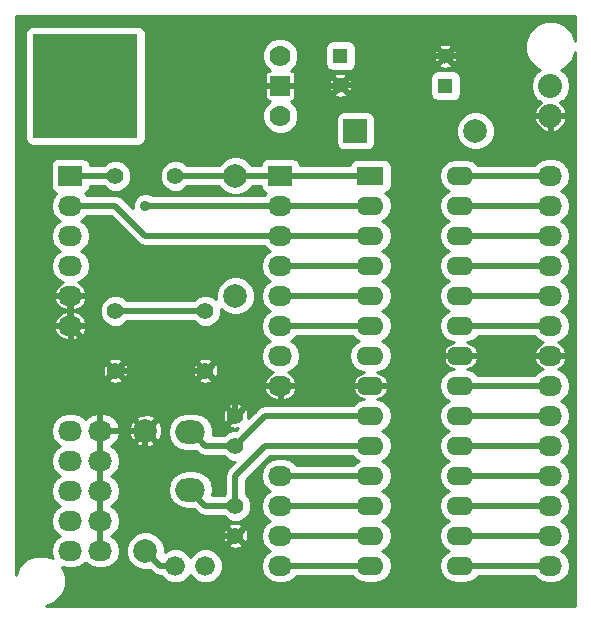
<source format=gbr>
G04 #@! TF.FileFunction,Copper,L2,Bot,Signal*
%FSLAX46Y46*%
G04 Gerber Fmt 4.6, Leading zero omitted, Abs format (unit mm)*
G04 Created by KiCad (PCBNEW (2015-04-05 BZR 5577)-product) date 28-04-2015 14:57:52*
%MOMM*%
G01*
G04 APERTURE LIST*
%ADD10C,0.100000*%
%ADD11O,2.286000X1.574800*%
%ADD12R,2.286000X1.574800*%
%ADD13C,1.397000*%
%ADD14C,1.998980*%
%ADD15R,1.998980X1.998980*%
%ADD16O,2.499360X1.998980*%
%ADD17O,2.032000X1.727200*%
%ADD18R,2.032000X1.727200*%
%ADD19O,2.032000X2.032000*%
%ADD20C,1.300000*%
%ADD21R,1.300000X1.300000*%
%ADD22C,1.676400*%
%ADD23R,8.890000X8.890000*%
%ADD24C,1.778000*%
%ADD25R,1.778000X1.778000*%
%ADD26C,0.889000*%
%ADD27C,0.508000*%
%ADD28C,0.254000*%
G04 APERTURE END LIST*
D10*
D11*
X63500000Y-40640000D03*
X63500000Y-43180000D03*
X63500000Y-45720000D03*
X63500000Y-48260000D03*
X63500000Y-50800000D03*
X63500000Y-53340000D03*
X63500000Y-55880000D03*
X63500000Y-58420000D03*
X63500000Y-60960000D03*
X63500000Y-63500000D03*
X63500000Y-66040000D03*
X63500000Y-68580000D03*
X63500000Y-71120000D03*
D12*
X63500000Y-38100000D03*
D11*
X71120000Y-71120000D03*
X71120000Y-68580000D03*
X71120000Y-66040000D03*
X71120000Y-63500000D03*
X71120000Y-60960000D03*
X71120000Y-58420000D03*
X71120000Y-55880000D03*
X71120000Y-53340000D03*
X71120000Y-50800000D03*
X71120000Y-48260000D03*
X71120000Y-45720000D03*
X71120000Y-43180000D03*
X71120000Y-40640000D03*
X71120000Y-38100000D03*
D13*
X52070000Y-60960000D03*
X52070000Y-58420000D03*
X52070000Y-66040000D03*
X52070000Y-68580000D03*
X46990000Y-38100000D03*
X41910000Y-38100000D03*
D14*
X72390000Y-34290000D03*
D15*
X62230000Y-34290000D03*
D13*
X49530000Y-49530000D03*
X49530000Y-54610000D03*
X41910000Y-49530000D03*
X41910000Y-54610000D03*
D16*
X48260000Y-64670940D03*
X48260000Y-59789060D03*
D17*
X40640000Y-59690000D03*
X40640000Y-62230000D03*
X40640000Y-64770000D03*
X40640000Y-67310000D03*
X40640000Y-69850000D03*
X38100000Y-59690000D03*
X38100000Y-62230000D03*
X38100000Y-64770000D03*
X38100000Y-67310000D03*
X38100000Y-69850000D03*
D18*
X38100000Y-38100000D03*
D17*
X38100000Y-40640000D03*
X38100000Y-43180000D03*
X38100000Y-45720000D03*
X38100000Y-48260000D03*
X38100000Y-50800000D03*
D18*
X55880000Y-38100000D03*
D17*
X55880000Y-40640000D03*
X55880000Y-43180000D03*
X55880000Y-45720000D03*
X55880000Y-48260000D03*
X55880000Y-50800000D03*
X55880000Y-53340000D03*
X55880000Y-55880000D03*
D19*
X78740000Y-30480000D03*
X78740000Y-33020000D03*
D17*
X55880000Y-63500000D03*
X55880000Y-66040000D03*
X55880000Y-68580000D03*
X55880000Y-71120000D03*
X78740000Y-71120000D03*
X78740000Y-68580000D03*
X78740000Y-66040000D03*
X78740000Y-63500000D03*
X78740000Y-60960000D03*
X78740000Y-58420000D03*
X78740000Y-55880000D03*
X78740000Y-53340000D03*
X78740000Y-50800000D03*
X78740000Y-48260000D03*
X78740000Y-45720000D03*
X78740000Y-43180000D03*
X78740000Y-40640000D03*
X78740000Y-38100000D03*
D20*
X69850000Y-27980000D03*
D21*
X69850000Y-30480000D03*
D20*
X60960000Y-30440000D03*
D21*
X60960000Y-27940000D03*
D22*
X49530000Y-71120000D03*
X46990000Y-71120000D03*
D14*
X44450000Y-69850000D03*
X44450000Y-59690000D03*
X52070000Y-48260000D03*
X52070000Y-38100000D03*
D23*
X39370000Y-30480000D03*
D24*
X55880000Y-33020000D03*
D25*
X55880000Y-30480000D03*
D24*
X55880000Y-27940000D03*
D26*
X71120000Y-58420000D03*
X44450000Y-40640000D03*
D27*
X44450000Y-59690000D02*
X40640000Y-59690000D01*
X40640000Y-62230000D02*
X40640000Y-64770000D01*
X40640000Y-64770000D02*
X40640000Y-67310000D01*
X40640000Y-67310000D02*
X40640000Y-69850000D01*
X41910000Y-54610000D02*
X40640000Y-55880000D01*
X40640000Y-58420000D02*
X40640000Y-59690000D01*
X40640000Y-55880000D02*
X40640000Y-58420000D01*
X40640000Y-59690000D02*
X40640000Y-62230000D01*
X63620000Y-30440000D02*
X60960000Y-30440000D01*
X60960000Y-30440000D02*
X60920000Y-30480000D01*
X60920000Y-30480000D02*
X55880000Y-30480000D01*
X69850000Y-27980000D02*
X66080000Y-27980000D01*
X71120000Y-53340000D02*
X69850000Y-53340000D01*
X69850000Y-53340000D02*
X67310000Y-50800000D01*
X67310000Y-50800000D02*
X67310000Y-34130000D01*
X67310000Y-34130000D02*
X63620000Y-30440000D01*
X78740000Y-33020000D02*
X76200000Y-33020000D01*
X66080000Y-27980000D02*
X63620000Y-30440000D01*
X72430000Y-27980000D02*
X66080000Y-27980000D01*
X76200000Y-33020000D02*
X72430000Y-27980000D01*
X69850000Y-53340000D02*
X78740000Y-53340000D01*
X63500000Y-55880000D02*
X67310000Y-55880000D01*
X41910000Y-54610000D02*
X38100000Y-50800000D01*
X38100000Y-50800000D02*
X38100000Y-48260000D01*
X50800000Y-55880000D02*
X49530000Y-54610000D01*
X49530000Y-54610000D02*
X41910000Y-54610000D01*
X63500000Y-55880000D02*
X55880000Y-55880000D01*
X55880000Y-55880000D02*
X50800000Y-55880000D01*
X50800000Y-55880000D02*
X52070000Y-57150000D01*
X52070000Y-57150000D02*
X52070000Y-58420000D01*
X40640000Y-69850000D02*
X40640000Y-67310000D01*
X40640000Y-67310000D02*
X40640000Y-64770000D01*
X40640000Y-64770000D02*
X40640000Y-62230000D01*
X49530000Y-54610000D02*
X49530000Y-54610000D01*
X44450000Y-66040000D02*
X46990000Y-68580000D01*
X46990000Y-68580000D02*
X52070000Y-68580000D01*
X44450000Y-59690000D02*
X44450000Y-66040000D01*
X67310000Y-55880000D02*
X69850000Y-53340000D01*
X71120000Y-58420000D02*
X78740000Y-58420000D01*
X52070000Y-66040000D02*
X49530000Y-66040000D01*
X49530000Y-66040000D02*
X48260000Y-64770000D01*
X48260000Y-64770000D02*
X48260000Y-64670940D01*
X52070000Y-66040000D02*
X52070000Y-63500000D01*
X52070000Y-63500000D02*
X54610000Y-60960000D01*
X54610000Y-60960000D02*
X63500000Y-60960000D01*
X52070000Y-60960000D02*
X49530000Y-60960000D01*
X49530000Y-60960000D02*
X48359060Y-59789060D01*
X48359060Y-59789060D02*
X48260000Y-59789060D01*
X63500000Y-58420000D02*
X54610000Y-58420000D01*
X54610000Y-58420000D02*
X52070000Y-60960000D01*
X52070000Y-60960000D02*
X52070000Y-60960000D01*
X51970940Y-61059060D02*
X52070000Y-60960000D01*
X52070000Y-38100000D02*
X46990000Y-38100000D01*
X52070000Y-38100000D02*
X55880000Y-38100000D01*
X55880000Y-38100000D02*
X63500000Y-38100000D01*
X41910000Y-49530000D02*
X49530000Y-49530000D01*
X38100000Y-38100000D02*
X41910000Y-38100000D01*
X55880000Y-40640000D02*
X44450000Y-40640000D01*
X55880000Y-40640000D02*
X63500000Y-40640000D01*
X55880000Y-43180000D02*
X63500000Y-43180000D01*
X38100000Y-40640000D02*
X41910000Y-40640000D01*
X44450000Y-43180000D02*
X55880000Y-43180000D01*
X41910000Y-40640000D02*
X44450000Y-43180000D01*
X55880000Y-45720000D02*
X63500000Y-45720000D01*
X55880000Y-48260000D02*
X63500000Y-48260000D01*
X55880000Y-50800000D02*
X63500000Y-50800000D01*
X55880000Y-63500000D02*
X63500000Y-63500000D01*
X55880000Y-66040000D02*
X63500000Y-66040000D01*
X55880000Y-68580000D02*
X63500000Y-68580000D01*
X55880000Y-71120000D02*
X63500000Y-71120000D01*
X71120000Y-71120000D02*
X78740000Y-71120000D01*
X71120000Y-68580000D02*
X78740000Y-68580000D01*
X71120000Y-66040000D02*
X78740000Y-66040000D01*
X71120000Y-63500000D02*
X78740000Y-63500000D01*
X71120000Y-60960000D02*
X78740000Y-60960000D01*
X71120000Y-55880000D02*
X78740000Y-55880000D01*
X71120000Y-50800000D02*
X78740000Y-50800000D01*
X71120000Y-48260000D02*
X78740000Y-48260000D01*
X71120000Y-45720000D02*
X78740000Y-45720000D01*
X71120000Y-43180000D02*
X78740000Y-43180000D01*
X71120000Y-40640000D02*
X78740000Y-40640000D01*
X71120000Y-38100000D02*
X78740000Y-38100000D01*
X44450000Y-69850000D02*
X44450000Y-69850000D01*
X45720000Y-71120000D02*
X46990000Y-71120000D01*
X44450000Y-69850000D02*
X45720000Y-71120000D01*
D28*
G36*
X80849000Y-74499000D02*
X80423345Y-74499000D01*
X80423345Y-71120000D01*
X80309271Y-70546511D01*
X79984415Y-70060330D01*
X79669634Y-69850000D01*
X79984415Y-69639670D01*
X80309271Y-69153489D01*
X80423345Y-68580000D01*
X80309271Y-68006511D01*
X79984415Y-67520330D01*
X79669634Y-67310000D01*
X79984415Y-67099670D01*
X80309271Y-66613489D01*
X80423345Y-66040000D01*
X80309271Y-65466511D01*
X79984415Y-64980330D01*
X79669634Y-64770000D01*
X79984415Y-64559670D01*
X80309271Y-64073489D01*
X80423345Y-63500000D01*
X80309271Y-62926511D01*
X79984415Y-62440330D01*
X79669634Y-62230000D01*
X79984415Y-62019670D01*
X80309271Y-61533489D01*
X80423345Y-60960000D01*
X80309271Y-60386511D01*
X79984415Y-59900330D01*
X79669634Y-59690000D01*
X79984415Y-59479670D01*
X80309271Y-58993489D01*
X80423345Y-58420000D01*
X80309271Y-57846511D01*
X79984415Y-57360330D01*
X79669634Y-57150000D01*
X79984415Y-56939670D01*
X80309271Y-56453489D01*
X80423345Y-55880000D01*
X80423345Y-50800000D01*
X80309271Y-50226511D01*
X79984415Y-49740330D01*
X79669634Y-49530000D01*
X79984415Y-49319670D01*
X80309271Y-48833489D01*
X80423345Y-48260000D01*
X80309271Y-47686511D01*
X79984415Y-47200330D01*
X79669634Y-46990000D01*
X79984415Y-46779670D01*
X80309271Y-46293489D01*
X80423345Y-45720000D01*
X80309271Y-45146511D01*
X79984415Y-44660330D01*
X79669634Y-44450000D01*
X79984415Y-44239670D01*
X80309271Y-43753489D01*
X80423345Y-43180000D01*
X80309271Y-42606511D01*
X79984415Y-42120330D01*
X79669634Y-41910000D01*
X79984415Y-41699670D01*
X80309271Y-41213489D01*
X80423345Y-40640000D01*
X80309271Y-40066511D01*
X79984415Y-39580330D01*
X79669634Y-39370000D01*
X79984415Y-39159670D01*
X80309271Y-38673489D01*
X80423345Y-38100000D01*
X80309271Y-37526511D01*
X80094220Y-37204664D01*
X80094220Y-33363070D01*
X80035540Y-33147000D01*
X78867000Y-33147000D01*
X78867000Y-34315976D01*
X79083072Y-34374231D01*
X79575199Y-34139858D01*
X79940174Y-33734997D01*
X80094220Y-33363070D01*
X80094220Y-37204664D01*
X79984415Y-37040330D01*
X79498234Y-36715474D01*
X78924745Y-36601400D01*
X78613000Y-36601400D01*
X78613000Y-34315976D01*
X78613000Y-33147000D01*
X77444460Y-33147000D01*
X77385780Y-33363070D01*
X77539826Y-33734997D01*
X77904801Y-34139858D01*
X78396928Y-34374231D01*
X78613000Y-34315976D01*
X78613000Y-36601400D01*
X78555255Y-36601400D01*
X77981766Y-36715474D01*
X77495585Y-37040330D01*
X77381546Y-37211000D01*
X74024774Y-37211000D01*
X74024774Y-33966306D01*
X73776462Y-33365345D01*
X73317073Y-32905154D01*
X72716547Y-32655794D01*
X72066306Y-32655226D01*
X71465345Y-32903538D01*
X71147440Y-33220888D01*
X71147440Y-31130000D01*
X71147440Y-29830000D01*
X71100463Y-29587877D01*
X70960673Y-29375073D01*
X70894314Y-29330279D01*
X70894314Y-28100110D01*
X70860784Y-27691326D01*
X70768856Y-27469392D01*
X70609768Y-27399837D01*
X70430163Y-27579442D01*
X70430163Y-27220232D01*
X70360608Y-27061144D01*
X69970110Y-26935686D01*
X69561326Y-26969216D01*
X69339392Y-27061144D01*
X69269837Y-27220232D01*
X69850000Y-27800395D01*
X70430163Y-27220232D01*
X70430163Y-27579442D01*
X70029605Y-27980000D01*
X70609768Y-28560163D01*
X70768856Y-28490608D01*
X70894314Y-28100110D01*
X70894314Y-29330279D01*
X70749640Y-29232623D01*
X70500000Y-29182560D01*
X70430163Y-29182560D01*
X70430163Y-28739768D01*
X69850000Y-28159605D01*
X69670395Y-28339210D01*
X69670395Y-27980000D01*
X69090232Y-27399837D01*
X68931144Y-27469392D01*
X68805686Y-27859890D01*
X68839216Y-28268674D01*
X68931144Y-28490608D01*
X69090232Y-28560163D01*
X69670395Y-27980000D01*
X69670395Y-28339210D01*
X69269837Y-28739768D01*
X69339392Y-28898856D01*
X69729890Y-29024314D01*
X70138674Y-28990784D01*
X70360608Y-28898856D01*
X70430163Y-28739768D01*
X70430163Y-29182560D01*
X69200000Y-29182560D01*
X68957877Y-29229537D01*
X68745073Y-29369327D01*
X68602623Y-29580360D01*
X68552560Y-29830000D01*
X68552560Y-31130000D01*
X68599537Y-31372123D01*
X68739327Y-31584927D01*
X68950360Y-31727377D01*
X69200000Y-31777440D01*
X70500000Y-31777440D01*
X70742123Y-31730463D01*
X70954927Y-31590673D01*
X71097377Y-31379640D01*
X71147440Y-31130000D01*
X71147440Y-33220888D01*
X71005154Y-33362927D01*
X70755794Y-33963453D01*
X70755226Y-34613694D01*
X71003538Y-35214655D01*
X71462927Y-35674846D01*
X72063453Y-35924206D01*
X72713694Y-35924774D01*
X73314655Y-35676462D01*
X73774846Y-35217073D01*
X74024206Y-34616547D01*
X74024774Y-33966306D01*
X74024774Y-37211000D01*
X72594257Y-37211000D01*
X72516222Y-37094211D01*
X72054762Y-36785874D01*
X71510433Y-36677600D01*
X70729567Y-36677600D01*
X70185238Y-36785874D01*
X69723778Y-37094211D01*
X69415441Y-37555671D01*
X69307167Y-38100000D01*
X69415441Y-38644329D01*
X69723778Y-39105789D01*
X70119198Y-39370000D01*
X69723778Y-39634211D01*
X69415441Y-40095671D01*
X69307167Y-40640000D01*
X69415441Y-41184329D01*
X69723778Y-41645789D01*
X70119198Y-41910000D01*
X69723778Y-42174211D01*
X69415441Y-42635671D01*
X69307167Y-43180000D01*
X69415441Y-43724329D01*
X69723778Y-44185789D01*
X70119198Y-44450000D01*
X69723778Y-44714211D01*
X69415441Y-45175671D01*
X69307167Y-45720000D01*
X69415441Y-46264329D01*
X69723778Y-46725789D01*
X70119198Y-46990000D01*
X69723778Y-47254211D01*
X69415441Y-47715671D01*
X69307167Y-48260000D01*
X69415441Y-48804329D01*
X69723778Y-49265789D01*
X70119198Y-49530000D01*
X69723778Y-49794211D01*
X69415441Y-50255671D01*
X69307167Y-50800000D01*
X69415441Y-51344329D01*
X69723778Y-51805789D01*
X70185238Y-52114126D01*
X70574151Y-52191485D01*
X70199940Y-52309140D01*
X69848414Y-52603619D01*
X69637090Y-53032869D01*
X69698791Y-53213000D01*
X70993000Y-53213000D01*
X70993000Y-53193000D01*
X71247000Y-53193000D01*
X71247000Y-53213000D01*
X72541209Y-53213000D01*
X72602910Y-53032869D01*
X72391586Y-52603619D01*
X72040060Y-52309140D01*
X71665848Y-52191485D01*
X72054762Y-52114126D01*
X72516222Y-51805789D01*
X72594257Y-51689000D01*
X77381546Y-51689000D01*
X77495585Y-51859670D01*
X77981766Y-52184526D01*
X78113509Y-52210731D01*
X77958280Y-52264430D01*
X77594581Y-52587133D01*
X77384607Y-53020882D01*
X77445288Y-53213000D01*
X78613000Y-53213000D01*
X78613000Y-53193000D01*
X78867000Y-53193000D01*
X78867000Y-53213000D01*
X80034712Y-53213000D01*
X80095393Y-53020882D01*
X79885419Y-52587133D01*
X79521720Y-52264430D01*
X79366490Y-52210731D01*
X79498234Y-52184526D01*
X79984415Y-51859670D01*
X80309271Y-51373489D01*
X80423345Y-50800000D01*
X80423345Y-55880000D01*
X80309271Y-55306511D01*
X79984415Y-54820330D01*
X79498234Y-54495474D01*
X79366490Y-54469268D01*
X79521720Y-54415570D01*
X79885419Y-54092867D01*
X80095393Y-53659118D01*
X80034712Y-53467000D01*
X78867000Y-53467000D01*
X78867000Y-53487000D01*
X78613000Y-53487000D01*
X78613000Y-53467000D01*
X77445288Y-53467000D01*
X77384607Y-53659118D01*
X77594581Y-54092867D01*
X77958280Y-54415570D01*
X78113509Y-54469268D01*
X77981766Y-54495474D01*
X77495585Y-54820330D01*
X77381546Y-54991000D01*
X72594257Y-54991000D01*
X72516222Y-54874211D01*
X72054762Y-54565874D01*
X71665848Y-54488514D01*
X72040060Y-54370860D01*
X72391586Y-54076381D01*
X72602910Y-53647131D01*
X72541209Y-53467000D01*
X71247000Y-53467000D01*
X71247000Y-53487000D01*
X70993000Y-53487000D01*
X70993000Y-53467000D01*
X69698791Y-53467000D01*
X69637090Y-53647131D01*
X69848414Y-54076381D01*
X70199940Y-54370860D01*
X70574151Y-54488514D01*
X70185238Y-54565874D01*
X69723778Y-54874211D01*
X69415441Y-55335671D01*
X69307167Y-55880000D01*
X69415441Y-56424329D01*
X69723778Y-56885789D01*
X70119198Y-57150000D01*
X69723778Y-57414211D01*
X69415441Y-57875671D01*
X69307167Y-58420000D01*
X69415441Y-58964329D01*
X69723778Y-59425789D01*
X70119198Y-59690000D01*
X69723778Y-59954211D01*
X69415441Y-60415671D01*
X69307167Y-60960000D01*
X69415441Y-61504329D01*
X69723778Y-61965789D01*
X70119198Y-62230000D01*
X69723778Y-62494211D01*
X69415441Y-62955671D01*
X69307167Y-63500000D01*
X69415441Y-64044329D01*
X69723778Y-64505789D01*
X70119198Y-64770000D01*
X69723778Y-65034211D01*
X69415441Y-65495671D01*
X69307167Y-66040000D01*
X69415441Y-66584329D01*
X69723778Y-67045789D01*
X70119198Y-67310000D01*
X69723778Y-67574211D01*
X69415441Y-68035671D01*
X69307167Y-68580000D01*
X69415441Y-69124329D01*
X69723778Y-69585789D01*
X70119198Y-69850000D01*
X69723778Y-70114211D01*
X69415441Y-70575671D01*
X69307167Y-71120000D01*
X69415441Y-71664329D01*
X69723778Y-72125789D01*
X70185238Y-72434126D01*
X70729567Y-72542400D01*
X71510433Y-72542400D01*
X72054762Y-72434126D01*
X72516222Y-72125789D01*
X72594257Y-72009000D01*
X77381546Y-72009000D01*
X77495585Y-72179670D01*
X77981766Y-72504526D01*
X78555255Y-72618600D01*
X78924745Y-72618600D01*
X79498234Y-72504526D01*
X79984415Y-72179670D01*
X80309271Y-71693489D01*
X80423345Y-71120000D01*
X80423345Y-74499000D01*
X65312833Y-74499000D01*
X65312833Y-71120000D01*
X65204559Y-70575671D01*
X64896222Y-70114211D01*
X64500801Y-69850000D01*
X64896222Y-69585789D01*
X65204559Y-69124329D01*
X65312833Y-68580000D01*
X65204559Y-68035671D01*
X64896222Y-67574211D01*
X64500801Y-67310000D01*
X64896222Y-67045789D01*
X65204559Y-66584329D01*
X65312833Y-66040000D01*
X65204559Y-65495671D01*
X64896222Y-65034211D01*
X64500801Y-64770000D01*
X64896222Y-64505789D01*
X65204559Y-64044329D01*
X65312833Y-63500000D01*
X65204559Y-62955671D01*
X64896222Y-62494211D01*
X64500801Y-62230000D01*
X64896222Y-61965789D01*
X65204559Y-61504329D01*
X65312833Y-60960000D01*
X65204559Y-60415671D01*
X64896222Y-59954211D01*
X64500801Y-59690000D01*
X64896222Y-59425789D01*
X65204559Y-58964329D01*
X65312833Y-58420000D01*
X65312833Y-53340000D01*
X65204559Y-52795671D01*
X64896222Y-52334211D01*
X64500801Y-52070000D01*
X64896222Y-51805789D01*
X65204559Y-51344329D01*
X65312833Y-50800000D01*
X65204559Y-50255671D01*
X64896222Y-49794211D01*
X64500801Y-49530000D01*
X64896222Y-49265789D01*
X65204559Y-48804329D01*
X65312833Y-48260000D01*
X65204559Y-47715671D01*
X64896222Y-47254211D01*
X64500801Y-46990000D01*
X64896222Y-46725789D01*
X65204559Y-46264329D01*
X65312833Y-45720000D01*
X65204559Y-45175671D01*
X64896222Y-44714211D01*
X64500801Y-44450000D01*
X64896222Y-44185789D01*
X65204559Y-43724329D01*
X65312833Y-43180000D01*
X65204559Y-42635671D01*
X64896222Y-42174211D01*
X64500801Y-41910000D01*
X64896222Y-41645789D01*
X65204559Y-41184329D01*
X65312833Y-40640000D01*
X65204559Y-40095671D01*
X64896222Y-39634211D01*
X64723986Y-39519126D01*
X64885123Y-39487863D01*
X65097927Y-39348073D01*
X65240377Y-39137040D01*
X65290440Y-38887400D01*
X65290440Y-37312600D01*
X65243463Y-37070477D01*
X65103673Y-36857673D01*
X64892640Y-36715223D01*
X64643000Y-36665160D01*
X63876930Y-36665160D01*
X63876930Y-35289490D01*
X63876930Y-33290510D01*
X63829953Y-33048387D01*
X63690163Y-32835583D01*
X63479130Y-32693133D01*
X63229490Y-32643070D01*
X62257440Y-32643070D01*
X62257440Y-28590000D01*
X62257440Y-27290000D01*
X62210463Y-27047877D01*
X62070673Y-26835073D01*
X61859640Y-26692623D01*
X61610000Y-26642560D01*
X60310000Y-26642560D01*
X60067877Y-26689537D01*
X59855073Y-26829327D01*
X59712623Y-27040360D01*
X59662560Y-27290000D01*
X59662560Y-28590000D01*
X59709537Y-28832123D01*
X59849327Y-29044927D01*
X60060360Y-29187377D01*
X60310000Y-29237440D01*
X61610000Y-29237440D01*
X61852123Y-29190463D01*
X62064927Y-29050673D01*
X62207377Y-28839640D01*
X62257440Y-28590000D01*
X62257440Y-32643070D01*
X62004314Y-32643070D01*
X62004314Y-30560110D01*
X61970784Y-30151326D01*
X61878856Y-29929392D01*
X61719768Y-29859837D01*
X61540163Y-30039442D01*
X61540163Y-29680232D01*
X61470608Y-29521144D01*
X61080110Y-29395686D01*
X60671326Y-29429216D01*
X60449392Y-29521144D01*
X60379837Y-29680232D01*
X60960000Y-30260395D01*
X61540163Y-29680232D01*
X61540163Y-30039442D01*
X61139605Y-30440000D01*
X61719768Y-31020163D01*
X61878856Y-30950608D01*
X62004314Y-30560110D01*
X62004314Y-32643070D01*
X61540163Y-32643070D01*
X61540163Y-31199768D01*
X60960000Y-30619605D01*
X60780395Y-30799210D01*
X60780395Y-30440000D01*
X60200232Y-29859837D01*
X60041144Y-29929392D01*
X59915686Y-30319890D01*
X59949216Y-30728674D01*
X60041144Y-30950608D01*
X60200232Y-31020163D01*
X60780395Y-30440000D01*
X60780395Y-30799210D01*
X60379837Y-31199768D01*
X60449392Y-31358856D01*
X60839890Y-31484314D01*
X61248674Y-31450784D01*
X61470608Y-31358856D01*
X61540163Y-31199768D01*
X61540163Y-32643070D01*
X61230510Y-32643070D01*
X60988387Y-32690047D01*
X60775583Y-32829837D01*
X60633133Y-33040870D01*
X60583070Y-33290510D01*
X60583070Y-35289490D01*
X60630047Y-35531613D01*
X60769837Y-35744417D01*
X60980870Y-35886867D01*
X61230510Y-35936930D01*
X63229490Y-35936930D01*
X63471613Y-35889953D01*
X63684417Y-35750163D01*
X63826867Y-35539130D01*
X63876930Y-35289490D01*
X63876930Y-36665160D01*
X62357000Y-36665160D01*
X62114877Y-36712137D01*
X61902073Y-36851927D01*
X61759623Y-37062960D01*
X61729934Y-37211000D01*
X57538511Y-37211000D01*
X57496463Y-36994277D01*
X57404264Y-36853921D01*
X57404264Y-32718188D01*
X57404264Y-27638188D01*
X57172738Y-27077851D01*
X56744404Y-26648769D01*
X56184472Y-26416265D01*
X55578188Y-26415736D01*
X55017851Y-26647262D01*
X54588769Y-27075596D01*
X54356265Y-27635528D01*
X54355736Y-28241812D01*
X54587262Y-28802149D01*
X54994402Y-29210000D01*
X54915214Y-29210000D01*
X54775180Y-29268004D01*
X54668004Y-29375181D01*
X54610000Y-29515215D01*
X54610000Y-29666786D01*
X54610000Y-30257750D01*
X54705250Y-30353000D01*
X55753000Y-30353000D01*
X55753000Y-30333000D01*
X56007000Y-30333000D01*
X56007000Y-30353000D01*
X57054750Y-30353000D01*
X57150000Y-30257750D01*
X57150000Y-29666786D01*
X57150000Y-29515215D01*
X57091996Y-29375181D01*
X56984820Y-29268004D01*
X56844786Y-29210000D01*
X56764926Y-29210000D01*
X57171231Y-28804404D01*
X57403735Y-28244472D01*
X57404264Y-27638188D01*
X57404264Y-32718188D01*
X57172738Y-32157851D01*
X56765597Y-31750000D01*
X56844786Y-31750000D01*
X56984820Y-31691996D01*
X57091996Y-31584819D01*
X57150000Y-31444785D01*
X57150000Y-31293214D01*
X57150000Y-30702250D01*
X57054750Y-30607000D01*
X56007000Y-30607000D01*
X56007000Y-30627000D01*
X55753000Y-30627000D01*
X55753000Y-30607000D01*
X54705250Y-30607000D01*
X54610000Y-30702250D01*
X54610000Y-31293214D01*
X54610000Y-31444785D01*
X54668004Y-31584819D01*
X54775180Y-31691996D01*
X54915214Y-31750000D01*
X54995073Y-31750000D01*
X54588769Y-32155596D01*
X54356265Y-32715528D01*
X54355736Y-33321812D01*
X54587262Y-33882149D01*
X55015596Y-34311231D01*
X55575528Y-34543735D01*
X56181812Y-34544264D01*
X56742149Y-34312738D01*
X57171231Y-33884404D01*
X57403735Y-33324472D01*
X57404264Y-32718188D01*
X57404264Y-36853921D01*
X57356673Y-36781473D01*
X57145640Y-36639023D01*
X56896000Y-36588960D01*
X54864000Y-36588960D01*
X54621877Y-36635937D01*
X54409073Y-36775727D01*
X54266623Y-36986760D01*
X54221653Y-37211000D01*
X53471194Y-37211000D01*
X53456462Y-37175345D01*
X52997073Y-36715154D01*
X52396547Y-36465794D01*
X51746306Y-36465226D01*
X51145345Y-36713538D01*
X50685154Y-37172927D01*
X50669344Y-37211000D01*
X47986760Y-37211000D01*
X47746353Y-36970173D01*
X47256413Y-36766732D01*
X46725914Y-36766269D01*
X46235620Y-36968854D01*
X45860173Y-37343647D01*
X45656732Y-37833587D01*
X45656269Y-38364086D01*
X45858854Y-38854380D01*
X46233647Y-39229827D01*
X46723587Y-39433268D01*
X47254086Y-39433731D01*
X47744380Y-39231146D01*
X47986948Y-38989000D01*
X50668805Y-38989000D01*
X50683538Y-39024655D01*
X51142927Y-39484846D01*
X51743453Y-39734206D01*
X52393694Y-39734774D01*
X52994655Y-39486462D01*
X53454846Y-39027073D01*
X53470655Y-38989000D01*
X54221488Y-38989000D01*
X54263537Y-39205723D01*
X54403327Y-39418527D01*
X54614360Y-39560977D01*
X54652962Y-39568718D01*
X54635585Y-39580330D01*
X54521546Y-39751000D01*
X45087863Y-39751000D01*
X45062286Y-39725378D01*
X44665668Y-39560687D01*
X44462440Y-39560510D01*
X44462440Y-34925000D01*
X44462440Y-26035000D01*
X44415463Y-25792877D01*
X44275673Y-25580073D01*
X44064640Y-25437623D01*
X43815000Y-25387560D01*
X34925000Y-25387560D01*
X34682877Y-25434537D01*
X34470073Y-25574327D01*
X34327623Y-25785360D01*
X34277560Y-26035000D01*
X34277560Y-34925000D01*
X34324537Y-35167123D01*
X34464327Y-35379927D01*
X34675360Y-35522377D01*
X34925000Y-35572440D01*
X43815000Y-35572440D01*
X44057123Y-35525463D01*
X44269927Y-35385673D01*
X44412377Y-35174640D01*
X44462440Y-34925000D01*
X44462440Y-39560510D01*
X44236216Y-39560313D01*
X43839311Y-39724311D01*
X43535378Y-40027714D01*
X43370687Y-40424332D01*
X43370322Y-40843086D01*
X42538618Y-40011382D01*
X42250206Y-39818671D01*
X41910000Y-39751000D01*
X39458453Y-39751000D01*
X39344415Y-39580330D01*
X39328632Y-39569784D01*
X39358123Y-39564063D01*
X39570927Y-39424273D01*
X39713377Y-39213240D01*
X39758346Y-38989000D01*
X40913239Y-38989000D01*
X41153647Y-39229827D01*
X41643587Y-39433268D01*
X42174086Y-39433731D01*
X42664380Y-39231146D01*
X43039827Y-38856353D01*
X43243268Y-38366413D01*
X43243731Y-37835914D01*
X43041146Y-37345620D01*
X42666353Y-36970173D01*
X42176413Y-36766732D01*
X41645914Y-36766269D01*
X41155620Y-36968854D01*
X40913051Y-37211000D01*
X39758511Y-37211000D01*
X39716463Y-36994277D01*
X39576673Y-36781473D01*
X39365640Y-36639023D01*
X39116000Y-36588960D01*
X37084000Y-36588960D01*
X36841877Y-36635937D01*
X36629073Y-36775727D01*
X36486623Y-36986760D01*
X36436560Y-37236400D01*
X36436560Y-38963600D01*
X36483537Y-39205723D01*
X36623327Y-39418527D01*
X36834360Y-39560977D01*
X36872962Y-39568718D01*
X36855585Y-39580330D01*
X36530729Y-40066511D01*
X36416655Y-40640000D01*
X36530729Y-41213489D01*
X36855585Y-41699670D01*
X37170365Y-41910000D01*
X36855585Y-42120330D01*
X36530729Y-42606511D01*
X36416655Y-43180000D01*
X36530729Y-43753489D01*
X36855585Y-44239670D01*
X37170365Y-44450000D01*
X36855585Y-44660330D01*
X36530729Y-45146511D01*
X36416655Y-45720000D01*
X36530729Y-46293489D01*
X36855585Y-46779670D01*
X37341766Y-47104526D01*
X37473509Y-47130731D01*
X37318280Y-47184430D01*
X36954581Y-47507133D01*
X36744607Y-47940882D01*
X36805288Y-48133000D01*
X37973000Y-48133000D01*
X37973000Y-48113000D01*
X38227000Y-48113000D01*
X38227000Y-48133000D01*
X39394712Y-48133000D01*
X39455393Y-47940882D01*
X39245419Y-47507133D01*
X38881720Y-47184430D01*
X38726490Y-47130731D01*
X38858234Y-47104526D01*
X39344415Y-46779670D01*
X39669271Y-46293489D01*
X39783345Y-45720000D01*
X39669271Y-45146511D01*
X39344415Y-44660330D01*
X39029634Y-44450000D01*
X39344415Y-44239670D01*
X39669271Y-43753489D01*
X39783345Y-43180000D01*
X39669271Y-42606511D01*
X39344415Y-42120330D01*
X39029634Y-41910000D01*
X39344415Y-41699670D01*
X39458453Y-41529000D01*
X41541764Y-41529000D01*
X43821382Y-43808618D01*
X44109794Y-44001329D01*
X44450000Y-44069000D01*
X54521546Y-44069000D01*
X54635585Y-44239670D01*
X54950365Y-44450000D01*
X54635585Y-44660330D01*
X54310729Y-45146511D01*
X54196655Y-45720000D01*
X54310729Y-46293489D01*
X54635585Y-46779670D01*
X54950365Y-46990000D01*
X54635585Y-47200330D01*
X54310729Y-47686511D01*
X54196655Y-48260000D01*
X54310729Y-48833489D01*
X54635585Y-49319670D01*
X54950365Y-49530000D01*
X54635585Y-49740330D01*
X54310729Y-50226511D01*
X54196655Y-50800000D01*
X54310729Y-51373489D01*
X54635585Y-51859670D01*
X54950365Y-52070000D01*
X54635585Y-52280330D01*
X54310729Y-52766511D01*
X54196655Y-53340000D01*
X54310729Y-53913489D01*
X54635585Y-54399670D01*
X55121766Y-54724526D01*
X55253509Y-54750731D01*
X55098280Y-54804430D01*
X54734581Y-55127133D01*
X54524607Y-55560882D01*
X54585288Y-55753000D01*
X55753000Y-55753000D01*
X55753000Y-55733000D01*
X56007000Y-55733000D01*
X56007000Y-55753000D01*
X57174712Y-55753000D01*
X57235393Y-55560882D01*
X57025419Y-55127133D01*
X56661720Y-54804430D01*
X56506490Y-54750731D01*
X56638234Y-54724526D01*
X57124415Y-54399670D01*
X57449271Y-53913489D01*
X57563345Y-53340000D01*
X57449271Y-52766511D01*
X57124415Y-52280330D01*
X56809634Y-52070000D01*
X57124415Y-51859670D01*
X57238453Y-51689000D01*
X62025742Y-51689000D01*
X62103778Y-51805789D01*
X62499198Y-52070000D01*
X62103778Y-52334211D01*
X61795441Y-52795671D01*
X61687167Y-53340000D01*
X61795441Y-53884329D01*
X62103778Y-54345789D01*
X62565238Y-54654126D01*
X62954151Y-54731485D01*
X62579940Y-54849140D01*
X62228414Y-55143619D01*
X62017090Y-55572869D01*
X62078791Y-55753000D01*
X63373000Y-55753000D01*
X63373000Y-55733000D01*
X63627000Y-55733000D01*
X63627000Y-55753000D01*
X64921209Y-55753000D01*
X64982910Y-55572869D01*
X64771586Y-55143619D01*
X64420060Y-54849140D01*
X64045848Y-54731485D01*
X64434762Y-54654126D01*
X64896222Y-54345789D01*
X65204559Y-53884329D01*
X65312833Y-53340000D01*
X65312833Y-58420000D01*
X65204559Y-57875671D01*
X64896222Y-57414211D01*
X64434762Y-57105874D01*
X64045848Y-57028514D01*
X64420060Y-56910860D01*
X64771586Y-56616381D01*
X64982910Y-56187131D01*
X64921209Y-56007000D01*
X63627000Y-56007000D01*
X63627000Y-56027000D01*
X63373000Y-56027000D01*
X63373000Y-56007000D01*
X62078791Y-56007000D01*
X62017090Y-56187131D01*
X62228414Y-56616381D01*
X62579940Y-56910860D01*
X62954151Y-57028514D01*
X62565238Y-57105874D01*
X62103778Y-57414211D01*
X62025742Y-57531000D01*
X57235393Y-57531000D01*
X57235393Y-56199118D01*
X57174712Y-56007000D01*
X56007000Y-56007000D01*
X56007000Y-57030643D01*
X56202213Y-57114527D01*
X56661720Y-56955570D01*
X57025419Y-56632867D01*
X57235393Y-56199118D01*
X57235393Y-57531000D01*
X55753000Y-57531000D01*
X55753000Y-57030643D01*
X55753000Y-56007000D01*
X54585288Y-56007000D01*
X54524607Y-56199118D01*
X54734581Y-56632867D01*
X55098280Y-56955570D01*
X55557787Y-57114527D01*
X55753000Y-57030643D01*
X55753000Y-57531000D01*
X54610000Y-57531000D01*
X54269794Y-57598671D01*
X53981382Y-57791382D01*
X53704774Y-58067989D01*
X53704774Y-47936306D01*
X53456462Y-47335345D01*
X52997073Y-46875154D01*
X52396547Y-46625794D01*
X51746306Y-46625226D01*
X51145345Y-46873538D01*
X50685154Y-47332927D01*
X50435794Y-47933453D01*
X50435256Y-48549335D01*
X50286353Y-48400173D01*
X49796413Y-48196732D01*
X49265914Y-48196269D01*
X48775620Y-48398854D01*
X48533051Y-48641000D01*
X42906760Y-48641000D01*
X42666353Y-48400173D01*
X42176413Y-48196732D01*
X41645914Y-48196269D01*
X41155620Y-48398854D01*
X40780173Y-48773647D01*
X40576732Y-49263587D01*
X40576269Y-49794086D01*
X40778854Y-50284380D01*
X41153647Y-50659827D01*
X41643587Y-50863268D01*
X42174086Y-50863731D01*
X42664380Y-50661146D01*
X42906948Y-50419000D01*
X48533239Y-50419000D01*
X48773647Y-50659827D01*
X49263587Y-50863268D01*
X49794086Y-50863731D01*
X50284380Y-50661146D01*
X50659827Y-50286353D01*
X50863268Y-49796413D01*
X50863644Y-49365075D01*
X51142927Y-49644846D01*
X51743453Y-49894206D01*
X52393694Y-49894774D01*
X52994655Y-49646462D01*
X53454846Y-49187073D01*
X53704206Y-48586547D01*
X53704774Y-47936306D01*
X53704774Y-58067989D01*
X53134372Y-58638391D01*
X53162737Y-58551734D01*
X53129970Y-58123534D01*
X53029145Y-57880121D01*
X52865033Y-57804572D01*
X52685428Y-57984177D01*
X52685428Y-57624967D01*
X52609879Y-57460855D01*
X52201734Y-57327263D01*
X51773534Y-57360030D01*
X51530121Y-57460855D01*
X51454572Y-57624967D01*
X52070000Y-58240395D01*
X52685428Y-57624967D01*
X52685428Y-57984177D01*
X52249605Y-58420000D01*
X52263747Y-58434142D01*
X52084142Y-58613747D01*
X52070000Y-58599605D01*
X51890395Y-58779210D01*
X51890395Y-58420000D01*
X51274967Y-57804572D01*
X51110855Y-57880121D01*
X50977263Y-58288266D01*
X51010030Y-58716466D01*
X51110855Y-58959879D01*
X51274967Y-59035428D01*
X51890395Y-58420000D01*
X51890395Y-58779210D01*
X51454572Y-59215033D01*
X51530121Y-59379145D01*
X51938266Y-59512737D01*
X52286689Y-59486074D01*
X52146198Y-59626565D01*
X51805914Y-59626269D01*
X51315620Y-59828854D01*
X51073051Y-60071000D01*
X50622737Y-60071000D01*
X50622737Y-54741734D01*
X50589970Y-54313534D01*
X50489145Y-54070121D01*
X50325033Y-53994572D01*
X50145428Y-54174177D01*
X50145428Y-53814967D01*
X50069879Y-53650855D01*
X49661734Y-53517263D01*
X49233534Y-53550030D01*
X48990121Y-53650855D01*
X48914572Y-53814967D01*
X49530000Y-54430395D01*
X50145428Y-53814967D01*
X50145428Y-54174177D01*
X49709605Y-54610000D01*
X50325033Y-55225428D01*
X50489145Y-55149879D01*
X50622737Y-54741734D01*
X50622737Y-60071000D01*
X50125521Y-60071000D01*
X50181603Y-59789060D01*
X50145428Y-59607195D01*
X50145428Y-55405033D01*
X49530000Y-54789605D01*
X49350395Y-54969210D01*
X49350395Y-54610000D01*
X48734967Y-53994572D01*
X48570855Y-54070121D01*
X48437263Y-54478266D01*
X48470030Y-54906466D01*
X48570855Y-55149879D01*
X48734967Y-55225428D01*
X49350395Y-54610000D01*
X49350395Y-54969210D01*
X48914572Y-55405033D01*
X48990121Y-55569145D01*
X49398266Y-55702737D01*
X49826466Y-55669970D01*
X50069879Y-55569145D01*
X50145428Y-55405033D01*
X50145428Y-59607195D01*
X50057185Y-59163568D01*
X49702872Y-58633301D01*
X49172605Y-58278988D01*
X48547113Y-58154570D01*
X47972887Y-58154570D01*
X47347395Y-58278988D01*
X46817128Y-58633301D01*
X46462815Y-59163568D01*
X46338397Y-59789060D01*
X46462815Y-60414552D01*
X46817128Y-60944819D01*
X47347395Y-61299132D01*
X47972887Y-61423550D01*
X48547113Y-61423550D01*
X48704923Y-61392159D01*
X48901382Y-61588618D01*
X49189794Y-61781329D01*
X49189795Y-61781329D01*
X49530000Y-61849000D01*
X51073239Y-61849000D01*
X51313647Y-62089827D01*
X51803587Y-62293268D01*
X52019307Y-62293456D01*
X51441382Y-62871382D01*
X51248671Y-63159794D01*
X51181000Y-63500000D01*
X51181000Y-65043239D01*
X51073051Y-65151000D01*
X50086113Y-65151000D01*
X50181603Y-64670940D01*
X50057185Y-64045448D01*
X49702872Y-63515181D01*
X49172605Y-63160868D01*
X48547113Y-63036450D01*
X47972887Y-63036450D01*
X47347395Y-63160868D01*
X46817128Y-63515181D01*
X46462815Y-64045448D01*
X46338397Y-64670940D01*
X46462815Y-65296432D01*
X46817128Y-65826699D01*
X47347395Y-66181012D01*
X47972887Y-66305430D01*
X48538194Y-66305430D01*
X48901382Y-66668618D01*
X49189794Y-66861329D01*
X49189795Y-66861329D01*
X49530000Y-66929000D01*
X51073239Y-66929000D01*
X51313647Y-67169827D01*
X51803587Y-67373268D01*
X52334086Y-67373731D01*
X52824380Y-67171146D01*
X53199827Y-66796353D01*
X53403268Y-66306413D01*
X53403731Y-65775914D01*
X53201146Y-65285620D01*
X52959000Y-65043051D01*
X52959000Y-63868236D01*
X54978236Y-61849000D01*
X62025742Y-61849000D01*
X62103778Y-61965789D01*
X62499198Y-62230000D01*
X62103778Y-62494211D01*
X62025742Y-62611000D01*
X57238453Y-62611000D01*
X57124415Y-62440330D01*
X56638234Y-62115474D01*
X56064745Y-62001400D01*
X55695255Y-62001400D01*
X55121766Y-62115474D01*
X54635585Y-62440330D01*
X54310729Y-62926511D01*
X54196655Y-63500000D01*
X54310729Y-64073489D01*
X54635585Y-64559670D01*
X54950365Y-64770000D01*
X54635585Y-64980330D01*
X54310729Y-65466511D01*
X54196655Y-66040000D01*
X54310729Y-66613489D01*
X54635585Y-67099670D01*
X54950365Y-67310000D01*
X54635585Y-67520330D01*
X54310729Y-68006511D01*
X54196655Y-68580000D01*
X54310729Y-69153489D01*
X54635585Y-69639670D01*
X54950365Y-69850000D01*
X54635585Y-70060330D01*
X54310729Y-70546511D01*
X54196655Y-71120000D01*
X54310729Y-71693489D01*
X54635585Y-72179670D01*
X55121766Y-72504526D01*
X55695255Y-72618600D01*
X56064745Y-72618600D01*
X56638234Y-72504526D01*
X57124415Y-72179670D01*
X57238453Y-72009000D01*
X62025742Y-72009000D01*
X62103778Y-72125789D01*
X62565238Y-72434126D01*
X63109567Y-72542400D01*
X63890433Y-72542400D01*
X64434762Y-72434126D01*
X64896222Y-72125789D01*
X65204559Y-71664329D01*
X65312833Y-71120000D01*
X65312833Y-74499000D01*
X53162737Y-74499000D01*
X53162737Y-68711734D01*
X53129970Y-68283534D01*
X53029145Y-68040121D01*
X52865033Y-67964572D01*
X52685428Y-68144177D01*
X52685428Y-67784967D01*
X52609879Y-67620855D01*
X52201734Y-67487263D01*
X51773534Y-67520030D01*
X51530121Y-67620855D01*
X51454572Y-67784967D01*
X52070000Y-68400395D01*
X52685428Y-67784967D01*
X52685428Y-68144177D01*
X52249605Y-68580000D01*
X52865033Y-69195428D01*
X53029145Y-69119879D01*
X53162737Y-68711734D01*
X53162737Y-74499000D01*
X52685428Y-74499000D01*
X52685428Y-69375033D01*
X52070000Y-68759605D01*
X51890395Y-68939210D01*
X51890395Y-68580000D01*
X51274967Y-67964572D01*
X51110855Y-68040121D01*
X50977263Y-68448266D01*
X51010030Y-68876466D01*
X51110855Y-69119879D01*
X51274967Y-69195428D01*
X51890395Y-68580000D01*
X51890395Y-68939210D01*
X51454572Y-69375033D01*
X51530121Y-69539145D01*
X51938266Y-69672737D01*
X52366466Y-69639970D01*
X52609879Y-69539145D01*
X52685428Y-69375033D01*
X52685428Y-74499000D01*
X51003455Y-74499000D01*
X51003455Y-70828248D01*
X50779647Y-70286589D01*
X50365591Y-69871810D01*
X49824323Y-69647056D01*
X49238248Y-69646545D01*
X48696589Y-69870353D01*
X48281810Y-70284409D01*
X48260224Y-70336391D01*
X48239647Y-70286589D01*
X47825591Y-69871810D01*
X47284323Y-69647056D01*
X46698248Y-69646545D01*
X46156589Y-69870353D01*
X46084410Y-69942405D01*
X46084774Y-69526306D01*
X45842709Y-68940463D01*
X45842709Y-59893751D01*
X45814667Y-59345275D01*
X45658723Y-58968791D01*
X45463372Y-58856233D01*
X45283767Y-59035838D01*
X45283767Y-58676628D01*
X45171209Y-58481277D01*
X44653751Y-58297291D01*
X44105275Y-58325333D01*
X43728791Y-58481277D01*
X43616233Y-58676628D01*
X44450000Y-59510395D01*
X45283767Y-58676628D01*
X45283767Y-59035838D01*
X44629605Y-59690000D01*
X45463372Y-60523767D01*
X45658723Y-60411209D01*
X45842709Y-59893751D01*
X45842709Y-68940463D01*
X45836462Y-68925345D01*
X45377073Y-68465154D01*
X45283767Y-68426409D01*
X45283767Y-60703372D01*
X44450000Y-59869605D01*
X44270395Y-60049210D01*
X44270395Y-59690000D01*
X43436628Y-58856233D01*
X43241277Y-58968791D01*
X43057291Y-59486249D01*
X43085333Y-60034725D01*
X43241277Y-60411209D01*
X43436628Y-60523767D01*
X44270395Y-59690000D01*
X44270395Y-60049210D01*
X43616233Y-60703372D01*
X43728791Y-60898723D01*
X44246249Y-61082709D01*
X44794725Y-61054667D01*
X45171209Y-60898723D01*
X45283767Y-60703372D01*
X45283767Y-68426409D01*
X44776547Y-68215794D01*
X44126306Y-68215226D01*
X43525345Y-68463538D01*
X43065154Y-68922927D01*
X43002737Y-69073243D01*
X43002737Y-54741734D01*
X42969970Y-54313534D01*
X42869145Y-54070121D01*
X42705033Y-53994572D01*
X42525428Y-54174177D01*
X42525428Y-53814967D01*
X42449879Y-53650855D01*
X42041734Y-53517263D01*
X41613534Y-53550030D01*
X41370121Y-53650855D01*
X41294572Y-53814967D01*
X41910000Y-54430395D01*
X42525428Y-53814967D01*
X42525428Y-54174177D01*
X42089605Y-54610000D01*
X42705033Y-55225428D01*
X42869145Y-55149879D01*
X43002737Y-54741734D01*
X43002737Y-69073243D01*
X42815794Y-69523453D01*
X42815226Y-70173694D01*
X43063538Y-70774655D01*
X43522927Y-71234846D01*
X44123453Y-71484206D01*
X44773694Y-71484774D01*
X44811794Y-71469030D01*
X45091382Y-71748618D01*
X45379794Y-71941329D01*
X45379795Y-71941329D01*
X45720000Y-72009000D01*
X45795845Y-72009000D01*
X46154409Y-72368190D01*
X46695677Y-72592944D01*
X47281752Y-72593455D01*
X47823411Y-72369647D01*
X48238190Y-71955591D01*
X48259775Y-71903608D01*
X48280353Y-71953411D01*
X48694409Y-72368190D01*
X49235677Y-72592944D01*
X49821752Y-72593455D01*
X50363411Y-72369647D01*
X50778190Y-71955591D01*
X51002944Y-71414323D01*
X51003455Y-70828248D01*
X51003455Y-74499000D01*
X42525428Y-74499000D01*
X42525428Y-55405033D01*
X41910000Y-54789605D01*
X41730395Y-54969210D01*
X41730395Y-54610000D01*
X41114967Y-53994572D01*
X40950855Y-54070121D01*
X40817263Y-54478266D01*
X40850030Y-54906466D01*
X40950855Y-55149879D01*
X41114967Y-55225428D01*
X41730395Y-54610000D01*
X41730395Y-54969210D01*
X41294572Y-55405033D01*
X41370121Y-55569145D01*
X41778266Y-55702737D01*
X42206466Y-55669970D01*
X42449879Y-55569145D01*
X42525428Y-55405033D01*
X42525428Y-74499000D01*
X36046635Y-74499000D01*
X36767800Y-74201020D01*
X37368909Y-73600959D01*
X37694628Y-72816541D01*
X37695370Y-71967185D01*
X37397196Y-71245551D01*
X37915255Y-71348600D01*
X38284745Y-71348600D01*
X38858234Y-71234526D01*
X39344415Y-70909670D01*
X39370000Y-70871379D01*
X39395585Y-70909670D01*
X39881766Y-71234526D01*
X40455255Y-71348600D01*
X40824745Y-71348600D01*
X41398234Y-71234526D01*
X41884415Y-70909670D01*
X42209271Y-70423489D01*
X42323345Y-69850000D01*
X42209271Y-69276511D01*
X41884415Y-68790330D01*
X41569634Y-68580000D01*
X41884415Y-68369670D01*
X42209271Y-67883489D01*
X42323345Y-67310000D01*
X42209271Y-66736511D01*
X41884415Y-66250330D01*
X41569634Y-66040000D01*
X41884415Y-65829670D01*
X42209271Y-65343489D01*
X42323345Y-64770000D01*
X42209271Y-64196511D01*
X41884415Y-63710330D01*
X41569634Y-63500000D01*
X41884415Y-63289670D01*
X42209271Y-62803489D01*
X42323345Y-62230000D01*
X42209271Y-61656511D01*
X41884415Y-61170330D01*
X41569634Y-60960000D01*
X41884415Y-60749670D01*
X42209271Y-60263489D01*
X42323345Y-59690000D01*
X42209271Y-59116511D01*
X41884415Y-58630330D01*
X41398234Y-58305474D01*
X40824745Y-58191400D01*
X40455255Y-58191400D01*
X39881766Y-58305474D01*
X39455393Y-58590367D01*
X39455393Y-51119118D01*
X39455393Y-50480882D01*
X39455393Y-48579118D01*
X39394712Y-48387000D01*
X38227000Y-48387000D01*
X38227000Y-49410643D01*
X38422213Y-49494527D01*
X38881720Y-49335570D01*
X39245419Y-49012867D01*
X39455393Y-48579118D01*
X39455393Y-50480882D01*
X39245419Y-50047133D01*
X38881720Y-49724430D01*
X38422213Y-49565473D01*
X38227000Y-49649357D01*
X38227000Y-50673000D01*
X39394712Y-50673000D01*
X39455393Y-50480882D01*
X39455393Y-51119118D01*
X39394712Y-50927000D01*
X38227000Y-50927000D01*
X38227000Y-51950643D01*
X38422213Y-52034527D01*
X38881720Y-51875570D01*
X39245419Y-51552867D01*
X39455393Y-51119118D01*
X39455393Y-58590367D01*
X39395585Y-58630330D01*
X39370000Y-58668620D01*
X39344415Y-58630330D01*
X38858234Y-58305474D01*
X38284745Y-58191400D01*
X37973000Y-58191400D01*
X37973000Y-51950643D01*
X37973000Y-50927000D01*
X37973000Y-50673000D01*
X37973000Y-49649357D01*
X37973000Y-49410643D01*
X37973000Y-48387000D01*
X36805288Y-48387000D01*
X36744607Y-48579118D01*
X36954581Y-49012867D01*
X37318280Y-49335570D01*
X37777787Y-49494527D01*
X37973000Y-49410643D01*
X37973000Y-49649357D01*
X37777787Y-49565473D01*
X37318280Y-49724430D01*
X36954581Y-50047133D01*
X36744607Y-50480882D01*
X36805288Y-50673000D01*
X37973000Y-50673000D01*
X37973000Y-50927000D01*
X36805288Y-50927000D01*
X36744607Y-51119118D01*
X36954581Y-51552867D01*
X37318280Y-51875570D01*
X37777787Y-52034527D01*
X37973000Y-51950643D01*
X37973000Y-58191400D01*
X37915255Y-58191400D01*
X37341766Y-58305474D01*
X36855585Y-58630330D01*
X36530729Y-59116511D01*
X36416655Y-59690000D01*
X36530729Y-60263489D01*
X36855585Y-60749670D01*
X37170365Y-60960000D01*
X36855585Y-61170330D01*
X36530729Y-61656511D01*
X36416655Y-62230000D01*
X36530729Y-62803489D01*
X36855585Y-63289670D01*
X37170365Y-63500000D01*
X36855585Y-63710330D01*
X36530729Y-64196511D01*
X36416655Y-64770000D01*
X36530729Y-65343489D01*
X36855585Y-65829670D01*
X37170365Y-66040000D01*
X36855585Y-66250330D01*
X36530729Y-66736511D01*
X36416655Y-67310000D01*
X36530729Y-67883489D01*
X36855585Y-68369670D01*
X37170365Y-68580000D01*
X36855585Y-68790330D01*
X36530729Y-69276511D01*
X36416655Y-69850000D01*
X36530729Y-70423489D01*
X36584225Y-70503552D01*
X35986541Y-70255372D01*
X35137185Y-70254630D01*
X34352200Y-70578980D01*
X33751091Y-71179041D01*
X33451000Y-71901739D01*
X33451000Y-24561000D01*
X80849000Y-24561000D01*
X80849000Y-26683364D01*
X80551020Y-25962200D01*
X79950959Y-25361091D01*
X79166541Y-25035372D01*
X78317185Y-25034630D01*
X77532200Y-25358980D01*
X76931091Y-25959041D01*
X76605372Y-26743459D01*
X76604630Y-27592815D01*
X76928980Y-28377800D01*
X77529041Y-28978909D01*
X77843905Y-29109652D01*
X77540222Y-29312567D01*
X77182330Y-29848190D01*
X77056655Y-30480000D01*
X77182330Y-31111810D01*
X77540222Y-31647433D01*
X77912756Y-31896353D01*
X77904801Y-31900142D01*
X77539826Y-32305003D01*
X77385780Y-32676930D01*
X77444460Y-32893000D01*
X78613000Y-32893000D01*
X78613000Y-32873000D01*
X78867000Y-32873000D01*
X78867000Y-32893000D01*
X80035540Y-32893000D01*
X80094220Y-32676930D01*
X79940174Y-32305003D01*
X79575199Y-31900142D01*
X79567243Y-31896353D01*
X79939778Y-31647433D01*
X80297670Y-31111810D01*
X80423345Y-30480000D01*
X80297670Y-29848190D01*
X79939778Y-29312567D01*
X79636244Y-29109752D01*
X79947800Y-28981020D01*
X80548909Y-28380959D01*
X80849000Y-27658260D01*
X80849000Y-74499000D01*
X80849000Y-74499000D01*
G37*
X80849000Y-74499000D02*
X80423345Y-74499000D01*
X80423345Y-71120000D01*
X80309271Y-70546511D01*
X79984415Y-70060330D01*
X79669634Y-69850000D01*
X79984415Y-69639670D01*
X80309271Y-69153489D01*
X80423345Y-68580000D01*
X80309271Y-68006511D01*
X79984415Y-67520330D01*
X79669634Y-67310000D01*
X79984415Y-67099670D01*
X80309271Y-66613489D01*
X80423345Y-66040000D01*
X80309271Y-65466511D01*
X79984415Y-64980330D01*
X79669634Y-64770000D01*
X79984415Y-64559670D01*
X80309271Y-64073489D01*
X80423345Y-63500000D01*
X80309271Y-62926511D01*
X79984415Y-62440330D01*
X79669634Y-62230000D01*
X79984415Y-62019670D01*
X80309271Y-61533489D01*
X80423345Y-60960000D01*
X80309271Y-60386511D01*
X79984415Y-59900330D01*
X79669634Y-59690000D01*
X79984415Y-59479670D01*
X80309271Y-58993489D01*
X80423345Y-58420000D01*
X80309271Y-57846511D01*
X79984415Y-57360330D01*
X79669634Y-57150000D01*
X79984415Y-56939670D01*
X80309271Y-56453489D01*
X80423345Y-55880000D01*
X80423345Y-50800000D01*
X80309271Y-50226511D01*
X79984415Y-49740330D01*
X79669634Y-49530000D01*
X79984415Y-49319670D01*
X80309271Y-48833489D01*
X80423345Y-48260000D01*
X80309271Y-47686511D01*
X79984415Y-47200330D01*
X79669634Y-46990000D01*
X79984415Y-46779670D01*
X80309271Y-46293489D01*
X80423345Y-45720000D01*
X80309271Y-45146511D01*
X79984415Y-44660330D01*
X79669634Y-44450000D01*
X79984415Y-44239670D01*
X80309271Y-43753489D01*
X80423345Y-43180000D01*
X80309271Y-42606511D01*
X79984415Y-42120330D01*
X79669634Y-41910000D01*
X79984415Y-41699670D01*
X80309271Y-41213489D01*
X80423345Y-40640000D01*
X80309271Y-40066511D01*
X79984415Y-39580330D01*
X79669634Y-39370000D01*
X79984415Y-39159670D01*
X80309271Y-38673489D01*
X80423345Y-38100000D01*
X80309271Y-37526511D01*
X80094220Y-37204664D01*
X80094220Y-33363070D01*
X80035540Y-33147000D01*
X78867000Y-33147000D01*
X78867000Y-34315976D01*
X79083072Y-34374231D01*
X79575199Y-34139858D01*
X79940174Y-33734997D01*
X80094220Y-33363070D01*
X80094220Y-37204664D01*
X79984415Y-37040330D01*
X79498234Y-36715474D01*
X78924745Y-36601400D01*
X78613000Y-36601400D01*
X78613000Y-34315976D01*
X78613000Y-33147000D01*
X77444460Y-33147000D01*
X77385780Y-33363070D01*
X77539826Y-33734997D01*
X77904801Y-34139858D01*
X78396928Y-34374231D01*
X78613000Y-34315976D01*
X78613000Y-36601400D01*
X78555255Y-36601400D01*
X77981766Y-36715474D01*
X77495585Y-37040330D01*
X77381546Y-37211000D01*
X74024774Y-37211000D01*
X74024774Y-33966306D01*
X73776462Y-33365345D01*
X73317073Y-32905154D01*
X72716547Y-32655794D01*
X72066306Y-32655226D01*
X71465345Y-32903538D01*
X71147440Y-33220888D01*
X71147440Y-31130000D01*
X71147440Y-29830000D01*
X71100463Y-29587877D01*
X70960673Y-29375073D01*
X70894314Y-29330279D01*
X70894314Y-28100110D01*
X70860784Y-27691326D01*
X70768856Y-27469392D01*
X70609768Y-27399837D01*
X70430163Y-27579442D01*
X70430163Y-27220232D01*
X70360608Y-27061144D01*
X69970110Y-26935686D01*
X69561326Y-26969216D01*
X69339392Y-27061144D01*
X69269837Y-27220232D01*
X69850000Y-27800395D01*
X70430163Y-27220232D01*
X70430163Y-27579442D01*
X70029605Y-27980000D01*
X70609768Y-28560163D01*
X70768856Y-28490608D01*
X70894314Y-28100110D01*
X70894314Y-29330279D01*
X70749640Y-29232623D01*
X70500000Y-29182560D01*
X70430163Y-29182560D01*
X70430163Y-28739768D01*
X69850000Y-28159605D01*
X69670395Y-28339210D01*
X69670395Y-27980000D01*
X69090232Y-27399837D01*
X68931144Y-27469392D01*
X68805686Y-27859890D01*
X68839216Y-28268674D01*
X68931144Y-28490608D01*
X69090232Y-28560163D01*
X69670395Y-27980000D01*
X69670395Y-28339210D01*
X69269837Y-28739768D01*
X69339392Y-28898856D01*
X69729890Y-29024314D01*
X70138674Y-28990784D01*
X70360608Y-28898856D01*
X70430163Y-28739768D01*
X70430163Y-29182560D01*
X69200000Y-29182560D01*
X68957877Y-29229537D01*
X68745073Y-29369327D01*
X68602623Y-29580360D01*
X68552560Y-29830000D01*
X68552560Y-31130000D01*
X68599537Y-31372123D01*
X68739327Y-31584927D01*
X68950360Y-31727377D01*
X69200000Y-31777440D01*
X70500000Y-31777440D01*
X70742123Y-31730463D01*
X70954927Y-31590673D01*
X71097377Y-31379640D01*
X71147440Y-31130000D01*
X71147440Y-33220888D01*
X71005154Y-33362927D01*
X70755794Y-33963453D01*
X70755226Y-34613694D01*
X71003538Y-35214655D01*
X71462927Y-35674846D01*
X72063453Y-35924206D01*
X72713694Y-35924774D01*
X73314655Y-35676462D01*
X73774846Y-35217073D01*
X74024206Y-34616547D01*
X74024774Y-33966306D01*
X74024774Y-37211000D01*
X72594257Y-37211000D01*
X72516222Y-37094211D01*
X72054762Y-36785874D01*
X71510433Y-36677600D01*
X70729567Y-36677600D01*
X70185238Y-36785874D01*
X69723778Y-37094211D01*
X69415441Y-37555671D01*
X69307167Y-38100000D01*
X69415441Y-38644329D01*
X69723778Y-39105789D01*
X70119198Y-39370000D01*
X69723778Y-39634211D01*
X69415441Y-40095671D01*
X69307167Y-40640000D01*
X69415441Y-41184329D01*
X69723778Y-41645789D01*
X70119198Y-41910000D01*
X69723778Y-42174211D01*
X69415441Y-42635671D01*
X69307167Y-43180000D01*
X69415441Y-43724329D01*
X69723778Y-44185789D01*
X70119198Y-44450000D01*
X69723778Y-44714211D01*
X69415441Y-45175671D01*
X69307167Y-45720000D01*
X69415441Y-46264329D01*
X69723778Y-46725789D01*
X70119198Y-46990000D01*
X69723778Y-47254211D01*
X69415441Y-47715671D01*
X69307167Y-48260000D01*
X69415441Y-48804329D01*
X69723778Y-49265789D01*
X70119198Y-49530000D01*
X69723778Y-49794211D01*
X69415441Y-50255671D01*
X69307167Y-50800000D01*
X69415441Y-51344329D01*
X69723778Y-51805789D01*
X70185238Y-52114126D01*
X70574151Y-52191485D01*
X70199940Y-52309140D01*
X69848414Y-52603619D01*
X69637090Y-53032869D01*
X69698791Y-53213000D01*
X70993000Y-53213000D01*
X70993000Y-53193000D01*
X71247000Y-53193000D01*
X71247000Y-53213000D01*
X72541209Y-53213000D01*
X72602910Y-53032869D01*
X72391586Y-52603619D01*
X72040060Y-52309140D01*
X71665848Y-52191485D01*
X72054762Y-52114126D01*
X72516222Y-51805789D01*
X72594257Y-51689000D01*
X77381546Y-51689000D01*
X77495585Y-51859670D01*
X77981766Y-52184526D01*
X78113509Y-52210731D01*
X77958280Y-52264430D01*
X77594581Y-52587133D01*
X77384607Y-53020882D01*
X77445288Y-53213000D01*
X78613000Y-53213000D01*
X78613000Y-53193000D01*
X78867000Y-53193000D01*
X78867000Y-53213000D01*
X80034712Y-53213000D01*
X80095393Y-53020882D01*
X79885419Y-52587133D01*
X79521720Y-52264430D01*
X79366490Y-52210731D01*
X79498234Y-52184526D01*
X79984415Y-51859670D01*
X80309271Y-51373489D01*
X80423345Y-50800000D01*
X80423345Y-55880000D01*
X80309271Y-55306511D01*
X79984415Y-54820330D01*
X79498234Y-54495474D01*
X79366490Y-54469268D01*
X79521720Y-54415570D01*
X79885419Y-54092867D01*
X80095393Y-53659118D01*
X80034712Y-53467000D01*
X78867000Y-53467000D01*
X78867000Y-53487000D01*
X78613000Y-53487000D01*
X78613000Y-53467000D01*
X77445288Y-53467000D01*
X77384607Y-53659118D01*
X77594581Y-54092867D01*
X77958280Y-54415570D01*
X78113509Y-54469268D01*
X77981766Y-54495474D01*
X77495585Y-54820330D01*
X77381546Y-54991000D01*
X72594257Y-54991000D01*
X72516222Y-54874211D01*
X72054762Y-54565874D01*
X71665848Y-54488514D01*
X72040060Y-54370860D01*
X72391586Y-54076381D01*
X72602910Y-53647131D01*
X72541209Y-53467000D01*
X71247000Y-53467000D01*
X71247000Y-53487000D01*
X70993000Y-53487000D01*
X70993000Y-53467000D01*
X69698791Y-53467000D01*
X69637090Y-53647131D01*
X69848414Y-54076381D01*
X70199940Y-54370860D01*
X70574151Y-54488514D01*
X70185238Y-54565874D01*
X69723778Y-54874211D01*
X69415441Y-55335671D01*
X69307167Y-55880000D01*
X69415441Y-56424329D01*
X69723778Y-56885789D01*
X70119198Y-57150000D01*
X69723778Y-57414211D01*
X69415441Y-57875671D01*
X69307167Y-58420000D01*
X69415441Y-58964329D01*
X69723778Y-59425789D01*
X70119198Y-59690000D01*
X69723778Y-59954211D01*
X69415441Y-60415671D01*
X69307167Y-60960000D01*
X69415441Y-61504329D01*
X69723778Y-61965789D01*
X70119198Y-62230000D01*
X69723778Y-62494211D01*
X69415441Y-62955671D01*
X69307167Y-63500000D01*
X69415441Y-64044329D01*
X69723778Y-64505789D01*
X70119198Y-64770000D01*
X69723778Y-65034211D01*
X69415441Y-65495671D01*
X69307167Y-66040000D01*
X69415441Y-66584329D01*
X69723778Y-67045789D01*
X70119198Y-67310000D01*
X69723778Y-67574211D01*
X69415441Y-68035671D01*
X69307167Y-68580000D01*
X69415441Y-69124329D01*
X69723778Y-69585789D01*
X70119198Y-69850000D01*
X69723778Y-70114211D01*
X69415441Y-70575671D01*
X69307167Y-71120000D01*
X69415441Y-71664329D01*
X69723778Y-72125789D01*
X70185238Y-72434126D01*
X70729567Y-72542400D01*
X71510433Y-72542400D01*
X72054762Y-72434126D01*
X72516222Y-72125789D01*
X72594257Y-72009000D01*
X77381546Y-72009000D01*
X77495585Y-72179670D01*
X77981766Y-72504526D01*
X78555255Y-72618600D01*
X78924745Y-72618600D01*
X79498234Y-72504526D01*
X79984415Y-72179670D01*
X80309271Y-71693489D01*
X80423345Y-71120000D01*
X80423345Y-74499000D01*
X65312833Y-74499000D01*
X65312833Y-71120000D01*
X65204559Y-70575671D01*
X64896222Y-70114211D01*
X64500801Y-69850000D01*
X64896222Y-69585789D01*
X65204559Y-69124329D01*
X65312833Y-68580000D01*
X65204559Y-68035671D01*
X64896222Y-67574211D01*
X64500801Y-67310000D01*
X64896222Y-67045789D01*
X65204559Y-66584329D01*
X65312833Y-66040000D01*
X65204559Y-65495671D01*
X64896222Y-65034211D01*
X64500801Y-64770000D01*
X64896222Y-64505789D01*
X65204559Y-64044329D01*
X65312833Y-63500000D01*
X65204559Y-62955671D01*
X64896222Y-62494211D01*
X64500801Y-62230000D01*
X64896222Y-61965789D01*
X65204559Y-61504329D01*
X65312833Y-60960000D01*
X65204559Y-60415671D01*
X64896222Y-59954211D01*
X64500801Y-59690000D01*
X64896222Y-59425789D01*
X65204559Y-58964329D01*
X65312833Y-58420000D01*
X65312833Y-53340000D01*
X65204559Y-52795671D01*
X64896222Y-52334211D01*
X64500801Y-52070000D01*
X64896222Y-51805789D01*
X65204559Y-51344329D01*
X65312833Y-50800000D01*
X65204559Y-50255671D01*
X64896222Y-49794211D01*
X64500801Y-49530000D01*
X64896222Y-49265789D01*
X65204559Y-48804329D01*
X65312833Y-48260000D01*
X65204559Y-47715671D01*
X64896222Y-47254211D01*
X64500801Y-46990000D01*
X64896222Y-46725789D01*
X65204559Y-46264329D01*
X65312833Y-45720000D01*
X65204559Y-45175671D01*
X64896222Y-44714211D01*
X64500801Y-44450000D01*
X64896222Y-44185789D01*
X65204559Y-43724329D01*
X65312833Y-43180000D01*
X65204559Y-42635671D01*
X64896222Y-42174211D01*
X64500801Y-41910000D01*
X64896222Y-41645789D01*
X65204559Y-41184329D01*
X65312833Y-40640000D01*
X65204559Y-40095671D01*
X64896222Y-39634211D01*
X64723986Y-39519126D01*
X64885123Y-39487863D01*
X65097927Y-39348073D01*
X65240377Y-39137040D01*
X65290440Y-38887400D01*
X65290440Y-37312600D01*
X65243463Y-37070477D01*
X65103673Y-36857673D01*
X64892640Y-36715223D01*
X64643000Y-36665160D01*
X63876930Y-36665160D01*
X63876930Y-35289490D01*
X63876930Y-33290510D01*
X63829953Y-33048387D01*
X63690163Y-32835583D01*
X63479130Y-32693133D01*
X63229490Y-32643070D01*
X62257440Y-32643070D01*
X62257440Y-28590000D01*
X62257440Y-27290000D01*
X62210463Y-27047877D01*
X62070673Y-26835073D01*
X61859640Y-26692623D01*
X61610000Y-26642560D01*
X60310000Y-26642560D01*
X60067877Y-26689537D01*
X59855073Y-26829327D01*
X59712623Y-27040360D01*
X59662560Y-27290000D01*
X59662560Y-28590000D01*
X59709537Y-28832123D01*
X59849327Y-29044927D01*
X60060360Y-29187377D01*
X60310000Y-29237440D01*
X61610000Y-29237440D01*
X61852123Y-29190463D01*
X62064927Y-29050673D01*
X62207377Y-28839640D01*
X62257440Y-28590000D01*
X62257440Y-32643070D01*
X62004314Y-32643070D01*
X62004314Y-30560110D01*
X61970784Y-30151326D01*
X61878856Y-29929392D01*
X61719768Y-29859837D01*
X61540163Y-30039442D01*
X61540163Y-29680232D01*
X61470608Y-29521144D01*
X61080110Y-29395686D01*
X60671326Y-29429216D01*
X60449392Y-29521144D01*
X60379837Y-29680232D01*
X60960000Y-30260395D01*
X61540163Y-29680232D01*
X61540163Y-30039442D01*
X61139605Y-30440000D01*
X61719768Y-31020163D01*
X61878856Y-30950608D01*
X62004314Y-30560110D01*
X62004314Y-32643070D01*
X61540163Y-32643070D01*
X61540163Y-31199768D01*
X60960000Y-30619605D01*
X60780395Y-30799210D01*
X60780395Y-30440000D01*
X60200232Y-29859837D01*
X60041144Y-29929392D01*
X59915686Y-30319890D01*
X59949216Y-30728674D01*
X60041144Y-30950608D01*
X60200232Y-31020163D01*
X60780395Y-30440000D01*
X60780395Y-30799210D01*
X60379837Y-31199768D01*
X60449392Y-31358856D01*
X60839890Y-31484314D01*
X61248674Y-31450784D01*
X61470608Y-31358856D01*
X61540163Y-31199768D01*
X61540163Y-32643070D01*
X61230510Y-32643070D01*
X60988387Y-32690047D01*
X60775583Y-32829837D01*
X60633133Y-33040870D01*
X60583070Y-33290510D01*
X60583070Y-35289490D01*
X60630047Y-35531613D01*
X60769837Y-35744417D01*
X60980870Y-35886867D01*
X61230510Y-35936930D01*
X63229490Y-35936930D01*
X63471613Y-35889953D01*
X63684417Y-35750163D01*
X63826867Y-35539130D01*
X63876930Y-35289490D01*
X63876930Y-36665160D01*
X62357000Y-36665160D01*
X62114877Y-36712137D01*
X61902073Y-36851927D01*
X61759623Y-37062960D01*
X61729934Y-37211000D01*
X57538511Y-37211000D01*
X57496463Y-36994277D01*
X57404264Y-36853921D01*
X57404264Y-32718188D01*
X57404264Y-27638188D01*
X57172738Y-27077851D01*
X56744404Y-26648769D01*
X56184472Y-26416265D01*
X55578188Y-26415736D01*
X55017851Y-26647262D01*
X54588769Y-27075596D01*
X54356265Y-27635528D01*
X54355736Y-28241812D01*
X54587262Y-28802149D01*
X54994402Y-29210000D01*
X54915214Y-29210000D01*
X54775180Y-29268004D01*
X54668004Y-29375181D01*
X54610000Y-29515215D01*
X54610000Y-29666786D01*
X54610000Y-30257750D01*
X54705250Y-30353000D01*
X55753000Y-30353000D01*
X55753000Y-30333000D01*
X56007000Y-30333000D01*
X56007000Y-30353000D01*
X57054750Y-30353000D01*
X57150000Y-30257750D01*
X57150000Y-29666786D01*
X57150000Y-29515215D01*
X57091996Y-29375181D01*
X56984820Y-29268004D01*
X56844786Y-29210000D01*
X56764926Y-29210000D01*
X57171231Y-28804404D01*
X57403735Y-28244472D01*
X57404264Y-27638188D01*
X57404264Y-32718188D01*
X57172738Y-32157851D01*
X56765597Y-31750000D01*
X56844786Y-31750000D01*
X56984820Y-31691996D01*
X57091996Y-31584819D01*
X57150000Y-31444785D01*
X57150000Y-31293214D01*
X57150000Y-30702250D01*
X57054750Y-30607000D01*
X56007000Y-30607000D01*
X56007000Y-30627000D01*
X55753000Y-30627000D01*
X55753000Y-30607000D01*
X54705250Y-30607000D01*
X54610000Y-30702250D01*
X54610000Y-31293214D01*
X54610000Y-31444785D01*
X54668004Y-31584819D01*
X54775180Y-31691996D01*
X54915214Y-31750000D01*
X54995073Y-31750000D01*
X54588769Y-32155596D01*
X54356265Y-32715528D01*
X54355736Y-33321812D01*
X54587262Y-33882149D01*
X55015596Y-34311231D01*
X55575528Y-34543735D01*
X56181812Y-34544264D01*
X56742149Y-34312738D01*
X57171231Y-33884404D01*
X57403735Y-33324472D01*
X57404264Y-32718188D01*
X57404264Y-36853921D01*
X57356673Y-36781473D01*
X57145640Y-36639023D01*
X56896000Y-36588960D01*
X54864000Y-36588960D01*
X54621877Y-36635937D01*
X54409073Y-36775727D01*
X54266623Y-36986760D01*
X54221653Y-37211000D01*
X53471194Y-37211000D01*
X53456462Y-37175345D01*
X52997073Y-36715154D01*
X52396547Y-36465794D01*
X51746306Y-36465226D01*
X51145345Y-36713538D01*
X50685154Y-37172927D01*
X50669344Y-37211000D01*
X47986760Y-37211000D01*
X47746353Y-36970173D01*
X47256413Y-36766732D01*
X46725914Y-36766269D01*
X46235620Y-36968854D01*
X45860173Y-37343647D01*
X45656732Y-37833587D01*
X45656269Y-38364086D01*
X45858854Y-38854380D01*
X46233647Y-39229827D01*
X46723587Y-39433268D01*
X47254086Y-39433731D01*
X47744380Y-39231146D01*
X47986948Y-38989000D01*
X50668805Y-38989000D01*
X50683538Y-39024655D01*
X51142927Y-39484846D01*
X51743453Y-39734206D01*
X52393694Y-39734774D01*
X52994655Y-39486462D01*
X53454846Y-39027073D01*
X53470655Y-38989000D01*
X54221488Y-38989000D01*
X54263537Y-39205723D01*
X54403327Y-39418527D01*
X54614360Y-39560977D01*
X54652962Y-39568718D01*
X54635585Y-39580330D01*
X54521546Y-39751000D01*
X45087863Y-39751000D01*
X45062286Y-39725378D01*
X44665668Y-39560687D01*
X44462440Y-39560510D01*
X44462440Y-34925000D01*
X44462440Y-26035000D01*
X44415463Y-25792877D01*
X44275673Y-25580073D01*
X44064640Y-25437623D01*
X43815000Y-25387560D01*
X34925000Y-25387560D01*
X34682877Y-25434537D01*
X34470073Y-25574327D01*
X34327623Y-25785360D01*
X34277560Y-26035000D01*
X34277560Y-34925000D01*
X34324537Y-35167123D01*
X34464327Y-35379927D01*
X34675360Y-35522377D01*
X34925000Y-35572440D01*
X43815000Y-35572440D01*
X44057123Y-35525463D01*
X44269927Y-35385673D01*
X44412377Y-35174640D01*
X44462440Y-34925000D01*
X44462440Y-39560510D01*
X44236216Y-39560313D01*
X43839311Y-39724311D01*
X43535378Y-40027714D01*
X43370687Y-40424332D01*
X43370322Y-40843086D01*
X42538618Y-40011382D01*
X42250206Y-39818671D01*
X41910000Y-39751000D01*
X39458453Y-39751000D01*
X39344415Y-39580330D01*
X39328632Y-39569784D01*
X39358123Y-39564063D01*
X39570927Y-39424273D01*
X39713377Y-39213240D01*
X39758346Y-38989000D01*
X40913239Y-38989000D01*
X41153647Y-39229827D01*
X41643587Y-39433268D01*
X42174086Y-39433731D01*
X42664380Y-39231146D01*
X43039827Y-38856353D01*
X43243268Y-38366413D01*
X43243731Y-37835914D01*
X43041146Y-37345620D01*
X42666353Y-36970173D01*
X42176413Y-36766732D01*
X41645914Y-36766269D01*
X41155620Y-36968854D01*
X40913051Y-37211000D01*
X39758511Y-37211000D01*
X39716463Y-36994277D01*
X39576673Y-36781473D01*
X39365640Y-36639023D01*
X39116000Y-36588960D01*
X37084000Y-36588960D01*
X36841877Y-36635937D01*
X36629073Y-36775727D01*
X36486623Y-36986760D01*
X36436560Y-37236400D01*
X36436560Y-38963600D01*
X36483537Y-39205723D01*
X36623327Y-39418527D01*
X36834360Y-39560977D01*
X36872962Y-39568718D01*
X36855585Y-39580330D01*
X36530729Y-40066511D01*
X36416655Y-40640000D01*
X36530729Y-41213489D01*
X36855585Y-41699670D01*
X37170365Y-41910000D01*
X36855585Y-42120330D01*
X36530729Y-42606511D01*
X36416655Y-43180000D01*
X36530729Y-43753489D01*
X36855585Y-44239670D01*
X37170365Y-44450000D01*
X36855585Y-44660330D01*
X36530729Y-45146511D01*
X36416655Y-45720000D01*
X36530729Y-46293489D01*
X36855585Y-46779670D01*
X37341766Y-47104526D01*
X37473509Y-47130731D01*
X37318280Y-47184430D01*
X36954581Y-47507133D01*
X36744607Y-47940882D01*
X36805288Y-48133000D01*
X37973000Y-48133000D01*
X37973000Y-48113000D01*
X38227000Y-48113000D01*
X38227000Y-48133000D01*
X39394712Y-48133000D01*
X39455393Y-47940882D01*
X39245419Y-47507133D01*
X38881720Y-47184430D01*
X38726490Y-47130731D01*
X38858234Y-47104526D01*
X39344415Y-46779670D01*
X39669271Y-46293489D01*
X39783345Y-45720000D01*
X39669271Y-45146511D01*
X39344415Y-44660330D01*
X39029634Y-44450000D01*
X39344415Y-44239670D01*
X39669271Y-43753489D01*
X39783345Y-43180000D01*
X39669271Y-42606511D01*
X39344415Y-42120330D01*
X39029634Y-41910000D01*
X39344415Y-41699670D01*
X39458453Y-41529000D01*
X41541764Y-41529000D01*
X43821382Y-43808618D01*
X44109794Y-44001329D01*
X44450000Y-44069000D01*
X54521546Y-44069000D01*
X54635585Y-44239670D01*
X54950365Y-44450000D01*
X54635585Y-44660330D01*
X54310729Y-45146511D01*
X54196655Y-45720000D01*
X54310729Y-46293489D01*
X54635585Y-46779670D01*
X54950365Y-46990000D01*
X54635585Y-47200330D01*
X54310729Y-47686511D01*
X54196655Y-48260000D01*
X54310729Y-48833489D01*
X54635585Y-49319670D01*
X54950365Y-49530000D01*
X54635585Y-49740330D01*
X54310729Y-50226511D01*
X54196655Y-50800000D01*
X54310729Y-51373489D01*
X54635585Y-51859670D01*
X54950365Y-52070000D01*
X54635585Y-52280330D01*
X54310729Y-52766511D01*
X54196655Y-53340000D01*
X54310729Y-53913489D01*
X54635585Y-54399670D01*
X55121766Y-54724526D01*
X55253509Y-54750731D01*
X55098280Y-54804430D01*
X54734581Y-55127133D01*
X54524607Y-55560882D01*
X54585288Y-55753000D01*
X55753000Y-55753000D01*
X55753000Y-55733000D01*
X56007000Y-55733000D01*
X56007000Y-55753000D01*
X57174712Y-55753000D01*
X57235393Y-55560882D01*
X57025419Y-55127133D01*
X56661720Y-54804430D01*
X56506490Y-54750731D01*
X56638234Y-54724526D01*
X57124415Y-54399670D01*
X57449271Y-53913489D01*
X57563345Y-53340000D01*
X57449271Y-52766511D01*
X57124415Y-52280330D01*
X56809634Y-52070000D01*
X57124415Y-51859670D01*
X57238453Y-51689000D01*
X62025742Y-51689000D01*
X62103778Y-51805789D01*
X62499198Y-52070000D01*
X62103778Y-52334211D01*
X61795441Y-52795671D01*
X61687167Y-53340000D01*
X61795441Y-53884329D01*
X62103778Y-54345789D01*
X62565238Y-54654126D01*
X62954151Y-54731485D01*
X62579940Y-54849140D01*
X62228414Y-55143619D01*
X62017090Y-55572869D01*
X62078791Y-55753000D01*
X63373000Y-55753000D01*
X63373000Y-55733000D01*
X63627000Y-55733000D01*
X63627000Y-55753000D01*
X64921209Y-55753000D01*
X64982910Y-55572869D01*
X64771586Y-55143619D01*
X64420060Y-54849140D01*
X64045848Y-54731485D01*
X64434762Y-54654126D01*
X64896222Y-54345789D01*
X65204559Y-53884329D01*
X65312833Y-53340000D01*
X65312833Y-58420000D01*
X65204559Y-57875671D01*
X64896222Y-57414211D01*
X64434762Y-57105874D01*
X64045848Y-57028514D01*
X64420060Y-56910860D01*
X64771586Y-56616381D01*
X64982910Y-56187131D01*
X64921209Y-56007000D01*
X63627000Y-56007000D01*
X63627000Y-56027000D01*
X63373000Y-56027000D01*
X63373000Y-56007000D01*
X62078791Y-56007000D01*
X62017090Y-56187131D01*
X62228414Y-56616381D01*
X62579940Y-56910860D01*
X62954151Y-57028514D01*
X62565238Y-57105874D01*
X62103778Y-57414211D01*
X62025742Y-57531000D01*
X57235393Y-57531000D01*
X57235393Y-56199118D01*
X57174712Y-56007000D01*
X56007000Y-56007000D01*
X56007000Y-57030643D01*
X56202213Y-57114527D01*
X56661720Y-56955570D01*
X57025419Y-56632867D01*
X57235393Y-56199118D01*
X57235393Y-57531000D01*
X55753000Y-57531000D01*
X55753000Y-57030643D01*
X55753000Y-56007000D01*
X54585288Y-56007000D01*
X54524607Y-56199118D01*
X54734581Y-56632867D01*
X55098280Y-56955570D01*
X55557787Y-57114527D01*
X55753000Y-57030643D01*
X55753000Y-57531000D01*
X54610000Y-57531000D01*
X54269794Y-57598671D01*
X53981382Y-57791382D01*
X53704774Y-58067989D01*
X53704774Y-47936306D01*
X53456462Y-47335345D01*
X52997073Y-46875154D01*
X52396547Y-46625794D01*
X51746306Y-46625226D01*
X51145345Y-46873538D01*
X50685154Y-47332927D01*
X50435794Y-47933453D01*
X50435256Y-48549335D01*
X50286353Y-48400173D01*
X49796413Y-48196732D01*
X49265914Y-48196269D01*
X48775620Y-48398854D01*
X48533051Y-48641000D01*
X42906760Y-48641000D01*
X42666353Y-48400173D01*
X42176413Y-48196732D01*
X41645914Y-48196269D01*
X41155620Y-48398854D01*
X40780173Y-48773647D01*
X40576732Y-49263587D01*
X40576269Y-49794086D01*
X40778854Y-50284380D01*
X41153647Y-50659827D01*
X41643587Y-50863268D01*
X42174086Y-50863731D01*
X42664380Y-50661146D01*
X42906948Y-50419000D01*
X48533239Y-50419000D01*
X48773647Y-50659827D01*
X49263587Y-50863268D01*
X49794086Y-50863731D01*
X50284380Y-50661146D01*
X50659827Y-50286353D01*
X50863268Y-49796413D01*
X50863644Y-49365075D01*
X51142927Y-49644846D01*
X51743453Y-49894206D01*
X52393694Y-49894774D01*
X52994655Y-49646462D01*
X53454846Y-49187073D01*
X53704206Y-48586547D01*
X53704774Y-47936306D01*
X53704774Y-58067989D01*
X53134372Y-58638391D01*
X53162737Y-58551734D01*
X53129970Y-58123534D01*
X53029145Y-57880121D01*
X52865033Y-57804572D01*
X52685428Y-57984177D01*
X52685428Y-57624967D01*
X52609879Y-57460855D01*
X52201734Y-57327263D01*
X51773534Y-57360030D01*
X51530121Y-57460855D01*
X51454572Y-57624967D01*
X52070000Y-58240395D01*
X52685428Y-57624967D01*
X52685428Y-57984177D01*
X52249605Y-58420000D01*
X52263747Y-58434142D01*
X52084142Y-58613747D01*
X52070000Y-58599605D01*
X51890395Y-58779210D01*
X51890395Y-58420000D01*
X51274967Y-57804572D01*
X51110855Y-57880121D01*
X50977263Y-58288266D01*
X51010030Y-58716466D01*
X51110855Y-58959879D01*
X51274967Y-59035428D01*
X51890395Y-58420000D01*
X51890395Y-58779210D01*
X51454572Y-59215033D01*
X51530121Y-59379145D01*
X51938266Y-59512737D01*
X52286689Y-59486074D01*
X52146198Y-59626565D01*
X51805914Y-59626269D01*
X51315620Y-59828854D01*
X51073051Y-60071000D01*
X50622737Y-60071000D01*
X50622737Y-54741734D01*
X50589970Y-54313534D01*
X50489145Y-54070121D01*
X50325033Y-53994572D01*
X50145428Y-54174177D01*
X50145428Y-53814967D01*
X50069879Y-53650855D01*
X49661734Y-53517263D01*
X49233534Y-53550030D01*
X48990121Y-53650855D01*
X48914572Y-53814967D01*
X49530000Y-54430395D01*
X50145428Y-53814967D01*
X50145428Y-54174177D01*
X49709605Y-54610000D01*
X50325033Y-55225428D01*
X50489145Y-55149879D01*
X50622737Y-54741734D01*
X50622737Y-60071000D01*
X50125521Y-60071000D01*
X50181603Y-59789060D01*
X50145428Y-59607195D01*
X50145428Y-55405033D01*
X49530000Y-54789605D01*
X49350395Y-54969210D01*
X49350395Y-54610000D01*
X48734967Y-53994572D01*
X48570855Y-54070121D01*
X48437263Y-54478266D01*
X48470030Y-54906466D01*
X48570855Y-55149879D01*
X48734967Y-55225428D01*
X49350395Y-54610000D01*
X49350395Y-54969210D01*
X48914572Y-55405033D01*
X48990121Y-55569145D01*
X49398266Y-55702737D01*
X49826466Y-55669970D01*
X50069879Y-55569145D01*
X50145428Y-55405033D01*
X50145428Y-59607195D01*
X50057185Y-59163568D01*
X49702872Y-58633301D01*
X49172605Y-58278988D01*
X48547113Y-58154570D01*
X47972887Y-58154570D01*
X47347395Y-58278988D01*
X46817128Y-58633301D01*
X46462815Y-59163568D01*
X46338397Y-59789060D01*
X46462815Y-60414552D01*
X46817128Y-60944819D01*
X47347395Y-61299132D01*
X47972887Y-61423550D01*
X48547113Y-61423550D01*
X48704923Y-61392159D01*
X48901382Y-61588618D01*
X49189794Y-61781329D01*
X49189795Y-61781329D01*
X49530000Y-61849000D01*
X51073239Y-61849000D01*
X51313647Y-62089827D01*
X51803587Y-62293268D01*
X52019307Y-62293456D01*
X51441382Y-62871382D01*
X51248671Y-63159794D01*
X51181000Y-63500000D01*
X51181000Y-65043239D01*
X51073051Y-65151000D01*
X50086113Y-65151000D01*
X50181603Y-64670940D01*
X50057185Y-64045448D01*
X49702872Y-63515181D01*
X49172605Y-63160868D01*
X48547113Y-63036450D01*
X47972887Y-63036450D01*
X47347395Y-63160868D01*
X46817128Y-63515181D01*
X46462815Y-64045448D01*
X46338397Y-64670940D01*
X46462815Y-65296432D01*
X46817128Y-65826699D01*
X47347395Y-66181012D01*
X47972887Y-66305430D01*
X48538194Y-66305430D01*
X48901382Y-66668618D01*
X49189794Y-66861329D01*
X49189795Y-66861329D01*
X49530000Y-66929000D01*
X51073239Y-66929000D01*
X51313647Y-67169827D01*
X51803587Y-67373268D01*
X52334086Y-67373731D01*
X52824380Y-67171146D01*
X53199827Y-66796353D01*
X53403268Y-66306413D01*
X53403731Y-65775914D01*
X53201146Y-65285620D01*
X52959000Y-65043051D01*
X52959000Y-63868236D01*
X54978236Y-61849000D01*
X62025742Y-61849000D01*
X62103778Y-61965789D01*
X62499198Y-62230000D01*
X62103778Y-62494211D01*
X62025742Y-62611000D01*
X57238453Y-62611000D01*
X57124415Y-62440330D01*
X56638234Y-62115474D01*
X56064745Y-62001400D01*
X55695255Y-62001400D01*
X55121766Y-62115474D01*
X54635585Y-62440330D01*
X54310729Y-62926511D01*
X54196655Y-63500000D01*
X54310729Y-64073489D01*
X54635585Y-64559670D01*
X54950365Y-64770000D01*
X54635585Y-64980330D01*
X54310729Y-65466511D01*
X54196655Y-66040000D01*
X54310729Y-66613489D01*
X54635585Y-67099670D01*
X54950365Y-67310000D01*
X54635585Y-67520330D01*
X54310729Y-68006511D01*
X54196655Y-68580000D01*
X54310729Y-69153489D01*
X54635585Y-69639670D01*
X54950365Y-69850000D01*
X54635585Y-70060330D01*
X54310729Y-70546511D01*
X54196655Y-71120000D01*
X54310729Y-71693489D01*
X54635585Y-72179670D01*
X55121766Y-72504526D01*
X55695255Y-72618600D01*
X56064745Y-72618600D01*
X56638234Y-72504526D01*
X57124415Y-72179670D01*
X57238453Y-72009000D01*
X62025742Y-72009000D01*
X62103778Y-72125789D01*
X62565238Y-72434126D01*
X63109567Y-72542400D01*
X63890433Y-72542400D01*
X64434762Y-72434126D01*
X64896222Y-72125789D01*
X65204559Y-71664329D01*
X65312833Y-71120000D01*
X65312833Y-74499000D01*
X53162737Y-74499000D01*
X53162737Y-68711734D01*
X53129970Y-68283534D01*
X53029145Y-68040121D01*
X52865033Y-67964572D01*
X52685428Y-68144177D01*
X52685428Y-67784967D01*
X52609879Y-67620855D01*
X52201734Y-67487263D01*
X51773534Y-67520030D01*
X51530121Y-67620855D01*
X51454572Y-67784967D01*
X52070000Y-68400395D01*
X52685428Y-67784967D01*
X52685428Y-68144177D01*
X52249605Y-68580000D01*
X52865033Y-69195428D01*
X53029145Y-69119879D01*
X53162737Y-68711734D01*
X53162737Y-74499000D01*
X52685428Y-74499000D01*
X52685428Y-69375033D01*
X52070000Y-68759605D01*
X51890395Y-68939210D01*
X51890395Y-68580000D01*
X51274967Y-67964572D01*
X51110855Y-68040121D01*
X50977263Y-68448266D01*
X51010030Y-68876466D01*
X51110855Y-69119879D01*
X51274967Y-69195428D01*
X51890395Y-68580000D01*
X51890395Y-68939210D01*
X51454572Y-69375033D01*
X51530121Y-69539145D01*
X51938266Y-69672737D01*
X52366466Y-69639970D01*
X52609879Y-69539145D01*
X52685428Y-69375033D01*
X52685428Y-74499000D01*
X51003455Y-74499000D01*
X51003455Y-70828248D01*
X50779647Y-70286589D01*
X50365591Y-69871810D01*
X49824323Y-69647056D01*
X49238248Y-69646545D01*
X48696589Y-69870353D01*
X48281810Y-70284409D01*
X48260224Y-70336391D01*
X48239647Y-70286589D01*
X47825591Y-69871810D01*
X47284323Y-69647056D01*
X46698248Y-69646545D01*
X46156589Y-69870353D01*
X46084410Y-69942405D01*
X46084774Y-69526306D01*
X45842709Y-68940463D01*
X45842709Y-59893751D01*
X45814667Y-59345275D01*
X45658723Y-58968791D01*
X45463372Y-58856233D01*
X45283767Y-59035838D01*
X45283767Y-58676628D01*
X45171209Y-58481277D01*
X44653751Y-58297291D01*
X44105275Y-58325333D01*
X43728791Y-58481277D01*
X43616233Y-58676628D01*
X44450000Y-59510395D01*
X45283767Y-58676628D01*
X45283767Y-59035838D01*
X44629605Y-59690000D01*
X45463372Y-60523767D01*
X45658723Y-60411209D01*
X45842709Y-59893751D01*
X45842709Y-68940463D01*
X45836462Y-68925345D01*
X45377073Y-68465154D01*
X45283767Y-68426409D01*
X45283767Y-60703372D01*
X44450000Y-59869605D01*
X44270395Y-60049210D01*
X44270395Y-59690000D01*
X43436628Y-58856233D01*
X43241277Y-58968791D01*
X43057291Y-59486249D01*
X43085333Y-60034725D01*
X43241277Y-60411209D01*
X43436628Y-60523767D01*
X44270395Y-59690000D01*
X44270395Y-60049210D01*
X43616233Y-60703372D01*
X43728791Y-60898723D01*
X44246249Y-61082709D01*
X44794725Y-61054667D01*
X45171209Y-60898723D01*
X45283767Y-60703372D01*
X45283767Y-68426409D01*
X44776547Y-68215794D01*
X44126306Y-68215226D01*
X43525345Y-68463538D01*
X43065154Y-68922927D01*
X43002737Y-69073243D01*
X43002737Y-54741734D01*
X42969970Y-54313534D01*
X42869145Y-54070121D01*
X42705033Y-53994572D01*
X42525428Y-54174177D01*
X42525428Y-53814967D01*
X42449879Y-53650855D01*
X42041734Y-53517263D01*
X41613534Y-53550030D01*
X41370121Y-53650855D01*
X41294572Y-53814967D01*
X41910000Y-54430395D01*
X42525428Y-53814967D01*
X42525428Y-54174177D01*
X42089605Y-54610000D01*
X42705033Y-55225428D01*
X42869145Y-55149879D01*
X43002737Y-54741734D01*
X43002737Y-69073243D01*
X42815794Y-69523453D01*
X42815226Y-70173694D01*
X43063538Y-70774655D01*
X43522927Y-71234846D01*
X44123453Y-71484206D01*
X44773694Y-71484774D01*
X44811794Y-71469030D01*
X45091382Y-71748618D01*
X45379794Y-71941329D01*
X45379795Y-71941329D01*
X45720000Y-72009000D01*
X45795845Y-72009000D01*
X46154409Y-72368190D01*
X46695677Y-72592944D01*
X47281752Y-72593455D01*
X47823411Y-72369647D01*
X48238190Y-71955591D01*
X48259775Y-71903608D01*
X48280353Y-71953411D01*
X48694409Y-72368190D01*
X49235677Y-72592944D01*
X49821752Y-72593455D01*
X50363411Y-72369647D01*
X50778190Y-71955591D01*
X51002944Y-71414323D01*
X51003455Y-70828248D01*
X51003455Y-74499000D01*
X42525428Y-74499000D01*
X42525428Y-55405033D01*
X41910000Y-54789605D01*
X41730395Y-54969210D01*
X41730395Y-54610000D01*
X41114967Y-53994572D01*
X40950855Y-54070121D01*
X40817263Y-54478266D01*
X40850030Y-54906466D01*
X40950855Y-55149879D01*
X41114967Y-55225428D01*
X41730395Y-54610000D01*
X41730395Y-54969210D01*
X41294572Y-55405033D01*
X41370121Y-55569145D01*
X41778266Y-55702737D01*
X42206466Y-55669970D01*
X42449879Y-55569145D01*
X42525428Y-55405033D01*
X42525428Y-74499000D01*
X36046635Y-74499000D01*
X36767800Y-74201020D01*
X37368909Y-73600959D01*
X37694628Y-72816541D01*
X37695370Y-71967185D01*
X37397196Y-71245551D01*
X37915255Y-71348600D01*
X38284745Y-71348600D01*
X38858234Y-71234526D01*
X39344415Y-70909670D01*
X39370000Y-70871379D01*
X39395585Y-70909670D01*
X39881766Y-71234526D01*
X40455255Y-71348600D01*
X40824745Y-71348600D01*
X41398234Y-71234526D01*
X41884415Y-70909670D01*
X42209271Y-70423489D01*
X42323345Y-69850000D01*
X42209271Y-69276511D01*
X41884415Y-68790330D01*
X41569634Y-68580000D01*
X41884415Y-68369670D01*
X42209271Y-67883489D01*
X42323345Y-67310000D01*
X42209271Y-66736511D01*
X41884415Y-66250330D01*
X41569634Y-66040000D01*
X41884415Y-65829670D01*
X42209271Y-65343489D01*
X42323345Y-64770000D01*
X42209271Y-64196511D01*
X41884415Y-63710330D01*
X41569634Y-63500000D01*
X41884415Y-63289670D01*
X42209271Y-62803489D01*
X42323345Y-62230000D01*
X42209271Y-61656511D01*
X41884415Y-61170330D01*
X41569634Y-60960000D01*
X41884415Y-60749670D01*
X42209271Y-60263489D01*
X42323345Y-59690000D01*
X42209271Y-59116511D01*
X41884415Y-58630330D01*
X41398234Y-58305474D01*
X40824745Y-58191400D01*
X40455255Y-58191400D01*
X39881766Y-58305474D01*
X39455393Y-58590367D01*
X39455393Y-51119118D01*
X39455393Y-50480882D01*
X39455393Y-48579118D01*
X39394712Y-48387000D01*
X38227000Y-48387000D01*
X38227000Y-49410643D01*
X38422213Y-49494527D01*
X38881720Y-49335570D01*
X39245419Y-49012867D01*
X39455393Y-48579118D01*
X39455393Y-50480882D01*
X39245419Y-50047133D01*
X38881720Y-49724430D01*
X38422213Y-49565473D01*
X38227000Y-49649357D01*
X38227000Y-50673000D01*
X39394712Y-50673000D01*
X39455393Y-50480882D01*
X39455393Y-51119118D01*
X39394712Y-50927000D01*
X38227000Y-50927000D01*
X38227000Y-51950643D01*
X38422213Y-52034527D01*
X38881720Y-51875570D01*
X39245419Y-51552867D01*
X39455393Y-51119118D01*
X39455393Y-58590367D01*
X39395585Y-58630330D01*
X39370000Y-58668620D01*
X39344415Y-58630330D01*
X38858234Y-58305474D01*
X38284745Y-58191400D01*
X37973000Y-58191400D01*
X37973000Y-51950643D01*
X37973000Y-50927000D01*
X37973000Y-50673000D01*
X37973000Y-49649357D01*
X37973000Y-49410643D01*
X37973000Y-48387000D01*
X36805288Y-48387000D01*
X36744607Y-48579118D01*
X36954581Y-49012867D01*
X37318280Y-49335570D01*
X37777787Y-49494527D01*
X37973000Y-49410643D01*
X37973000Y-49649357D01*
X37777787Y-49565473D01*
X37318280Y-49724430D01*
X36954581Y-50047133D01*
X36744607Y-50480882D01*
X36805288Y-50673000D01*
X37973000Y-50673000D01*
X37973000Y-50927000D01*
X36805288Y-50927000D01*
X36744607Y-51119118D01*
X36954581Y-51552867D01*
X37318280Y-51875570D01*
X37777787Y-52034527D01*
X37973000Y-51950643D01*
X37973000Y-58191400D01*
X37915255Y-58191400D01*
X37341766Y-58305474D01*
X36855585Y-58630330D01*
X36530729Y-59116511D01*
X36416655Y-59690000D01*
X36530729Y-60263489D01*
X36855585Y-60749670D01*
X37170365Y-60960000D01*
X36855585Y-61170330D01*
X36530729Y-61656511D01*
X36416655Y-62230000D01*
X36530729Y-62803489D01*
X36855585Y-63289670D01*
X37170365Y-63500000D01*
X36855585Y-63710330D01*
X36530729Y-64196511D01*
X36416655Y-64770000D01*
X36530729Y-65343489D01*
X36855585Y-65829670D01*
X37170365Y-66040000D01*
X36855585Y-66250330D01*
X36530729Y-66736511D01*
X36416655Y-67310000D01*
X36530729Y-67883489D01*
X36855585Y-68369670D01*
X37170365Y-68580000D01*
X36855585Y-68790330D01*
X36530729Y-69276511D01*
X36416655Y-69850000D01*
X36530729Y-70423489D01*
X36584225Y-70503552D01*
X35986541Y-70255372D01*
X35137185Y-70254630D01*
X34352200Y-70578980D01*
X33751091Y-71179041D01*
X33451000Y-71901739D01*
X33451000Y-24561000D01*
X80849000Y-24561000D01*
X80849000Y-26683364D01*
X80551020Y-25962200D01*
X79950959Y-25361091D01*
X79166541Y-25035372D01*
X78317185Y-25034630D01*
X77532200Y-25358980D01*
X76931091Y-25959041D01*
X76605372Y-26743459D01*
X76604630Y-27592815D01*
X76928980Y-28377800D01*
X77529041Y-28978909D01*
X77843905Y-29109652D01*
X77540222Y-29312567D01*
X77182330Y-29848190D01*
X77056655Y-30480000D01*
X77182330Y-31111810D01*
X77540222Y-31647433D01*
X77912756Y-31896353D01*
X77904801Y-31900142D01*
X77539826Y-32305003D01*
X77385780Y-32676930D01*
X77444460Y-32893000D01*
X78613000Y-32893000D01*
X78613000Y-32873000D01*
X78867000Y-32873000D01*
X78867000Y-32893000D01*
X80035540Y-32893000D01*
X80094220Y-32676930D01*
X79940174Y-32305003D01*
X79575199Y-31900142D01*
X79567243Y-31896353D01*
X79939778Y-31647433D01*
X80297670Y-31111810D01*
X80423345Y-30480000D01*
X80297670Y-29848190D01*
X79939778Y-29312567D01*
X79636244Y-29109752D01*
X79947800Y-28981020D01*
X80548909Y-28380959D01*
X80849000Y-27658260D01*
X80849000Y-74499000D01*
M02*

</source>
